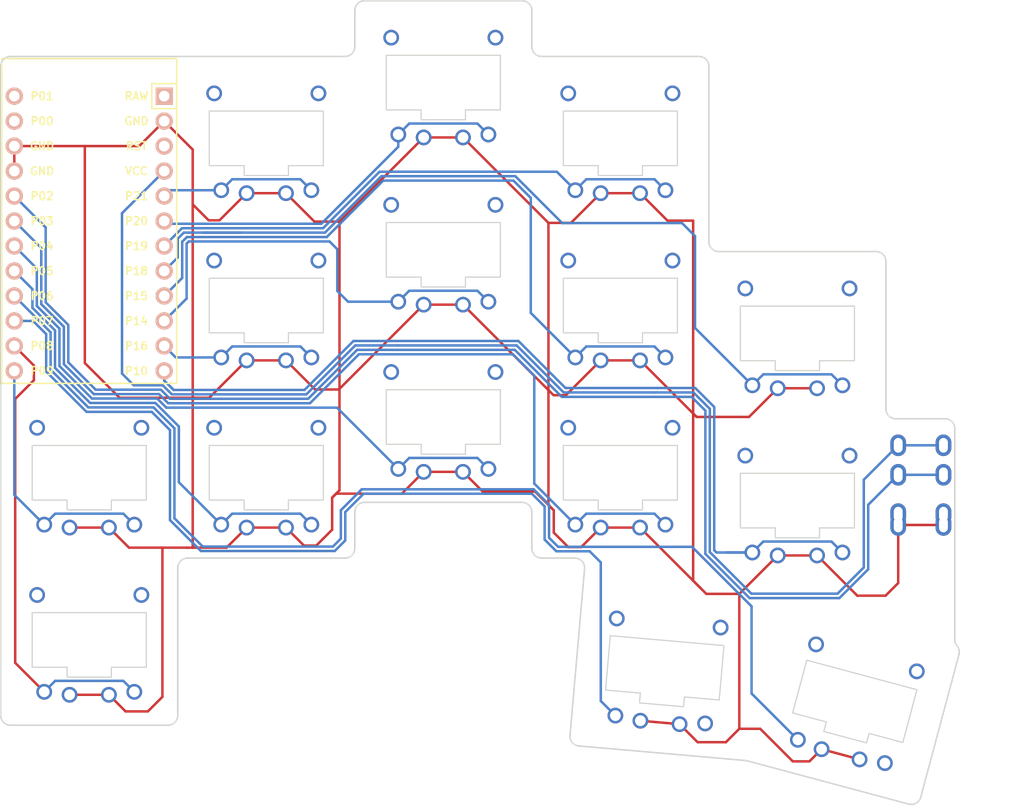
<source format=kicad_pcb>
(kicad_pcb (version 20171130) (host pcbnew "(5.1.9)-1")

  (general
    (thickness 1.6)
    (drawings 45)
    (tracks 336)
    (zones 0)
    (modules 17)
    (nets 23)
  )

  (page A3)
  (title_block
    (title KEYBOARD_NAME_HERE)
    (rev VERSION_HERE)
    (company YOUR_NAME_HERE)
  )

  (layers
    (0 F.Cu signal)
    (31 B.Cu signal)
    (32 B.Adhes user)
    (33 F.Adhes user)
    (34 B.Paste user)
    (35 F.Paste user)
    (36 B.SilkS user)
    (37 F.SilkS user)
    (38 B.Mask user)
    (39 F.Mask user)
    (40 Dwgs.User user)
    (41 Cmts.User user)
    (42 Eco1.User user)
    (43 Eco2.User user)
    (44 Edge.Cuts user)
    (45 Margin user)
    (46 B.CrtYd user)
    (47 F.CrtYd user)
    (48 B.Fab user)
    (49 F.Fab user)
  )

  (setup
    (last_trace_width 0.25)
    (trace_clearance 0.2)
    (zone_clearance 0.508)
    (zone_45_only no)
    (trace_min 0.2)
    (via_size 0.8)
    (via_drill 0.4)
    (via_min_size 0.4)
    (via_min_drill 0.3)
    (uvia_size 0.3)
    (uvia_drill 0.1)
    (uvias_allowed no)
    (uvia_min_size 0.2)
    (uvia_min_drill 0.1)
    (edge_width 0.05)
    (segment_width 0.2)
    (pcb_text_width 0.3)
    (pcb_text_size 1.5 1.5)
    (mod_edge_width 0.12)
    (mod_text_size 1 1)
    (mod_text_width 0.15)
    (pad_size 1.6 2.2)
    (pad_drill 0.9)
    (pad_to_mask_clearance 0.05)
    (aux_axis_origin 0 0)
    (visible_elements 7FFFF7FF)
    (pcbplotparams
      (layerselection 0x010fc_ffffffff)
      (usegerberextensions false)
      (usegerberattributes true)
      (usegerberadvancedattributes true)
      (creategerberjobfile true)
      (excludeedgelayer true)
      (linewidth 0.100000)
      (plotframeref false)
      (viasonmask false)
      (mode 1)
      (useauxorigin false)
      (hpglpennumber 1)
      (hpglpenspeed 20)
      (hpglpendiameter 15.000000)
      (psnegative false)
      (psa4output false)
      (plotreference true)
      (plotvalue true)
      (plotinvisibletext false)
      (padsonsilk false)
      (subtractmaskfromsilk false)
      (outputformat 1)
      (mirror false)
      (drillshape 0)
      (scaleselection 1)
      (outputdirectory "C:/Users/Ryan/sepia/Todarodes sagittatus/"))
  )

  (net 0 "")
  (net 1 P8)
  (net 2 GND)
  (net 3 P9)
  (net 4 P5)
  (net 5 P16)
  (net 6 P21)
  (net 7 P4)
  (net 8 P14)
  (net 9 P20)
  (net 10 P3)
  (net 11 P15)
  (net 12 P19)
  (net 13 P10)
  (net 14 P18)
  (net 15 P7)
  (net 16 RAW)
  (net 17 RST)
  (net 18 VCC)
  (net 19 P1)
  (net 20 P0)
  (net 21 P2)
  (net 22 P6)

  (net_class Default "This is the default net class."
    (clearance 0.2)
    (trace_width 0.25)
    (via_dia 0.8)
    (via_drill 0.4)
    (uvia_dia 0.3)
    (uvia_drill 0.1)
    (add_net GND)
    (add_net P0)
    (add_net P1)
    (add_net P10)
    (add_net P14)
    (add_net P15)
    (add_net P16)
    (add_net P18)
    (add_net P19)
    (add_net P2)
    (add_net P20)
    (add_net P21)
    (add_net P3)
    (add_net P4)
    (add_net P5)
    (add_net P6)
    (add_net P7)
    (add_net P8)
    (add_net P9)
    (add_net RAW)
    (add_net RST)
    (add_net VCC)
  )

  (module lib:Kailh_PG1232 (layer F.Cu) (tedit 5E1ADAC2) (tstamp 0)
    (at 18 0)
    (fp_text reference S1 (at 0 0) (layer F.SilkS) hide
      (effects (font (size 1.27 1.27) (thickness 0.15)))
    )
    (fp_text value Kailh_PG1232 (at 0 -7.3) (layer F.Fab)
      (effects (font (size 1 1) (thickness 0.15)))
    )
    (fp_line (start -9 8.5) (end -9 -8.5) (layer Dwgs.User) (width 0.15))
    (fp_line (start 9 8.5) (end -9 8.5) (layer Dwgs.User) (width 0.15))
    (fp_line (start 9 -8.5) (end 9 8.5) (layer Dwgs.User) (width 0.15))
    (fp_line (start -9 -8.5) (end 9 -8.5) (layer Dwgs.User) (width 0.15))
    (fp_line (start -5.8 -2.95) (end 5.8 -2.95) (layer Edge.Cuts) (width 0.12))
    (fp_line (start 5.8 -2.95) (end 5.8 2.6) (layer Edge.Cuts) (width 0.12))
    (fp_line (start -5.8 2.6) (end -5.8 -2.95) (layer Edge.Cuts) (width 0.12))
    (fp_line (start -2.25 2.6) (end -2.25 3.6) (layer Edge.Cuts) (width 0.12))
    (fp_line (start -2.25 3.6) (end 2.25 3.6) (layer Edge.Cuts) (width 0.12))
    (fp_line (start 2.25 3.6) (end 2.25 2.6) (layer Edge.Cuts) (width 0.12))
    (fp_line (start -2.25 2.6) (end -5.8 2.6) (layer Edge.Cuts) (width 0.12))
    (fp_line (start 2.25 2.6) (end 5.8 2.6) (layer Edge.Cuts) (width 0.12))
    (fp_line (start -2.8 -3.2) (end -2.8 -5.35) (layer Dwgs.User) (width 0.15))
    (fp_line (start 2.8 -3.2) (end 2.8 -5.35) (layer Dwgs.User) (width 0.15))
    (fp_line (start -2.8 -3.2) (end 2.8 -3.2) (layer Dwgs.User) (width 0.15))
    (fp_line (start 2.8 -5.35) (end -2.8 -5.35) (layer Dwgs.User) (width 0.15))
    (fp_line (start 7.25 6.75) (end 7.25 5.75) (layer Dwgs.User) (width 0.15))
    (fp_line (start 7.25 6.75) (end 6.25 6.75) (layer Dwgs.User) (width 0.15))
    (fp_line (start 7.25 -6.75) (end 7.25 -5.75) (layer Dwgs.User) (width 0.15))
    (fp_line (start 7.25 -6.75) (end 6.25 -6.75) (layer Dwgs.User) (width 0.15))
    (fp_line (start -7.25 6.75) (end -7.25 5.75) (layer Dwgs.User) (width 0.15))
    (fp_line (start -7.25 6.75) (end -6.25 6.75) (layer Dwgs.User) (width 0.15))
    (fp_line (start -7.25 -6.75) (end -7.25 -5.75) (layer Dwgs.User) (width 0.15))
    (fp_line (start -7.25 -6.75) (end -6.25 -6.75) (layer Dwgs.User) (width 0.15))
    (pad 3 thru_hole circle (at 5.3 -4.75) (size 1.6 1.6) (drill 1.1) (layers *.Cu *.Mask)
      (clearance 0.2))
    (pad 4 thru_hole circle (at -5.3 -4.75) (size 1.6 1.6) (drill 1.1) (layers *.Cu *.Mask)
      (clearance 0.2))
    (pad 1 thru_hole circle (at -4.58 5.1) (size 1.6 1.6) (drill 1.1) (layers *.Cu *.Mask)
      (net 1 P8) (clearance 0.2))
    (pad 2 thru_hole circle (at 2 5.4) (size 1.6 1.6) (drill 1.1) (layers *.Cu *.Mask)
      (net 2 GND) (clearance 0.2))
    (pad 1 thru_hole circle (at 4.58 5.1) (size 1.6 1.6) (drill 1.1) (layers *.Cu *.Mask)
      (net 1 P8) (clearance 0.2))
    (pad 2 thru_hole circle (at -2 5.4) (size 1.6 1.6) (drill 1.1) (layers *.Cu *.Mask)
      (net 2 GND) (clearance 0.2))
  )

  (module lib:Kailh_PG1232 (layer F.Cu) (tedit 5E1ADAC2) (tstamp 0)
    (at 18 -17)
    (fp_text reference S2 (at 0 0) (layer F.SilkS) hide
      (effects (font (size 1.27 1.27) (thickness 0.15)))
    )
    (fp_text value Kailh_PG1232 (at 0 -7.3) (layer F.Fab)
      (effects (font (size 1 1) (thickness 0.15)))
    )
    (fp_line (start -9 8.5) (end -9 -8.5) (layer Dwgs.User) (width 0.15))
    (fp_line (start 9 8.5) (end -9 8.5) (layer Dwgs.User) (width 0.15))
    (fp_line (start 9 -8.5) (end 9 8.5) (layer Dwgs.User) (width 0.15))
    (fp_line (start -9 -8.5) (end 9 -8.5) (layer Dwgs.User) (width 0.15))
    (fp_line (start -5.8 -2.95) (end 5.8 -2.95) (layer Edge.Cuts) (width 0.12))
    (fp_line (start 5.8 -2.95) (end 5.8 2.6) (layer Edge.Cuts) (width 0.12))
    (fp_line (start -5.8 2.6) (end -5.8 -2.95) (layer Edge.Cuts) (width 0.12))
    (fp_line (start -2.25 2.6) (end -2.25 3.6) (layer Edge.Cuts) (width 0.12))
    (fp_line (start -2.25 3.6) (end 2.25 3.6) (layer Edge.Cuts) (width 0.12))
    (fp_line (start 2.25 3.6) (end 2.25 2.6) (layer Edge.Cuts) (width 0.12))
    (fp_line (start -2.25 2.6) (end -5.8 2.6) (layer Edge.Cuts) (width 0.12))
    (fp_line (start 2.25 2.6) (end 5.8 2.6) (layer Edge.Cuts) (width 0.12))
    (fp_line (start -2.8 -3.2) (end -2.8 -5.35) (layer Dwgs.User) (width 0.15))
    (fp_line (start 2.8 -3.2) (end 2.8 -5.35) (layer Dwgs.User) (width 0.15))
    (fp_line (start -2.8 -3.2) (end 2.8 -3.2) (layer Dwgs.User) (width 0.15))
    (fp_line (start 2.8 -5.35) (end -2.8 -5.35) (layer Dwgs.User) (width 0.15))
    (fp_line (start 7.25 6.75) (end 7.25 5.75) (layer Dwgs.User) (width 0.15))
    (fp_line (start 7.25 6.75) (end 6.25 6.75) (layer Dwgs.User) (width 0.15))
    (fp_line (start 7.25 -6.75) (end 7.25 -5.75) (layer Dwgs.User) (width 0.15))
    (fp_line (start 7.25 -6.75) (end 6.25 -6.75) (layer Dwgs.User) (width 0.15))
    (fp_line (start -7.25 6.75) (end -7.25 5.75) (layer Dwgs.User) (width 0.15))
    (fp_line (start -7.25 6.75) (end -6.25 6.75) (layer Dwgs.User) (width 0.15))
    (fp_line (start -7.25 -6.75) (end -7.25 -5.75) (layer Dwgs.User) (width 0.15))
    (fp_line (start -7.25 -6.75) (end -6.25 -6.75) (layer Dwgs.User) (width 0.15))
    (pad 3 thru_hole circle (at 5.3 -4.75) (size 1.6 1.6) (drill 1.1) (layers *.Cu *.Mask)
      (clearance 0.2))
    (pad 4 thru_hole circle (at -5.3 -4.75) (size 1.6 1.6) (drill 1.1) (layers *.Cu *.Mask)
      (clearance 0.2))
    (pad 1 thru_hole circle (at -4.58 5.1) (size 1.6 1.6) (drill 1.1) (layers *.Cu *.Mask)
      (net 3 P9) (clearance 0.2))
    (pad 2 thru_hole circle (at 2 5.4) (size 1.6 1.6) (drill 1.1) (layers *.Cu *.Mask)
      (net 2 GND) (clearance 0.2))
    (pad 1 thru_hole circle (at 4.58 5.1) (size 1.6 1.6) (drill 1.1) (layers *.Cu *.Mask)
      (net 3 P9) (clearance 0.2))
    (pad 2 thru_hole circle (at -2 5.4) (size 1.6 1.6) (drill 1.1) (layers *.Cu *.Mask)
      (net 2 GND) (clearance 0.2))
  )

  (module lib:Kailh_PG1232 (layer F.Cu) (tedit 5E1ADAC2) (tstamp 0)
    (at 36 -17)
    (fp_text reference S3 (at 0 0) (layer F.SilkS) hide
      (effects (font (size 1.27 1.27) (thickness 0.15)))
    )
    (fp_text value Kailh_PG1232 (at 0 -7.3) (layer F.Fab)
      (effects (font (size 1 1) (thickness 0.15)))
    )
    (fp_line (start -9 8.5) (end -9 -8.5) (layer Dwgs.User) (width 0.15))
    (fp_line (start 9 8.5) (end -9 8.5) (layer Dwgs.User) (width 0.15))
    (fp_line (start 9 -8.5) (end 9 8.5) (layer Dwgs.User) (width 0.15))
    (fp_line (start -9 -8.5) (end 9 -8.5) (layer Dwgs.User) (width 0.15))
    (fp_line (start -5.8 -2.95) (end 5.8 -2.95) (layer Edge.Cuts) (width 0.12))
    (fp_line (start 5.8 -2.95) (end 5.8 2.6) (layer Edge.Cuts) (width 0.12))
    (fp_line (start -5.8 2.6) (end -5.8 -2.95) (layer Edge.Cuts) (width 0.12))
    (fp_line (start -2.25 2.6) (end -2.25 3.6) (layer Edge.Cuts) (width 0.12))
    (fp_line (start -2.25 3.6) (end 2.25 3.6) (layer Edge.Cuts) (width 0.12))
    (fp_line (start 2.25 3.6) (end 2.25 2.6) (layer Edge.Cuts) (width 0.12))
    (fp_line (start -2.25 2.6) (end -5.8 2.6) (layer Edge.Cuts) (width 0.12))
    (fp_line (start 2.25 2.6) (end 5.8 2.6) (layer Edge.Cuts) (width 0.12))
    (fp_line (start -2.8 -3.2) (end -2.8 -5.35) (layer Dwgs.User) (width 0.15))
    (fp_line (start 2.8 -3.2) (end 2.8 -5.35) (layer Dwgs.User) (width 0.15))
    (fp_line (start -2.8 -3.2) (end 2.8 -3.2) (layer Dwgs.User) (width 0.15))
    (fp_line (start 2.8 -5.35) (end -2.8 -5.35) (layer Dwgs.User) (width 0.15))
    (fp_line (start 7.25 6.75) (end 7.25 5.75) (layer Dwgs.User) (width 0.15))
    (fp_line (start 7.25 6.75) (end 6.25 6.75) (layer Dwgs.User) (width 0.15))
    (fp_line (start 7.25 -6.75) (end 7.25 -5.75) (layer Dwgs.User) (width 0.15))
    (fp_line (start 7.25 -6.75) (end 6.25 -6.75) (layer Dwgs.User) (width 0.15))
    (fp_line (start -7.25 6.75) (end -7.25 5.75) (layer Dwgs.User) (width 0.15))
    (fp_line (start -7.25 6.75) (end -6.25 6.75) (layer Dwgs.User) (width 0.15))
    (fp_line (start -7.25 -6.75) (end -7.25 -5.75) (layer Dwgs.User) (width 0.15))
    (fp_line (start -7.25 -6.75) (end -6.25 -6.75) (layer Dwgs.User) (width 0.15))
    (pad 3 thru_hole circle (at 5.3 -4.75) (size 1.6 1.6) (drill 1.1) (layers *.Cu *.Mask)
      (clearance 0.2))
    (pad 4 thru_hole circle (at -5.3 -4.75) (size 1.6 1.6) (drill 1.1) (layers *.Cu *.Mask)
      (clearance 0.2))
    (pad 1 thru_hole circle (at -4.58 5.1) (size 1.6 1.6) (drill 1.1) (layers *.Cu *.Mask)
      (net 4 P5) (clearance 0.2))
    (pad 2 thru_hole circle (at 2 5.4) (size 1.6 1.6) (drill 1.1) (layers *.Cu *.Mask)
      (net 2 GND) (clearance 0.2))
    (pad 1 thru_hole circle (at 4.58 5.1) (size 1.6 1.6) (drill 1.1) (layers *.Cu *.Mask)
      (net 4 P5) (clearance 0.2))
    (pad 2 thru_hole circle (at -2 5.4) (size 1.6 1.6) (drill 1.1) (layers *.Cu *.Mask)
      (net 2 GND) (clearance 0.2))
  )

  (module lib:Kailh_PG1232 (layer F.Cu) (tedit 5E1ADAC2) (tstamp 0)
    (at 36 -34)
    (fp_text reference S4 (at 0 0) (layer F.SilkS) hide
      (effects (font (size 1.27 1.27) (thickness 0.15)))
    )
    (fp_text value Kailh_PG1232 (at 0 -7.3) (layer F.Fab)
      (effects (font (size 1 1) (thickness 0.15)))
    )
    (fp_line (start -9 8.5) (end -9 -8.5) (layer Dwgs.User) (width 0.15))
    (fp_line (start 9 8.5) (end -9 8.5) (layer Dwgs.User) (width 0.15))
    (fp_line (start 9 -8.5) (end 9 8.5) (layer Dwgs.User) (width 0.15))
    (fp_line (start -9 -8.5) (end 9 -8.5) (layer Dwgs.User) (width 0.15))
    (fp_line (start -5.8 -2.95) (end 5.8 -2.95) (layer Edge.Cuts) (width 0.12))
    (fp_line (start 5.8 -2.95) (end 5.8 2.6) (layer Edge.Cuts) (width 0.12))
    (fp_line (start -5.8 2.6) (end -5.8 -2.95) (layer Edge.Cuts) (width 0.12))
    (fp_line (start -2.25 2.6) (end -2.25 3.6) (layer Edge.Cuts) (width 0.12))
    (fp_line (start -2.25 3.6) (end 2.25 3.6) (layer Edge.Cuts) (width 0.12))
    (fp_line (start 2.25 3.6) (end 2.25 2.6) (layer Edge.Cuts) (width 0.12))
    (fp_line (start -2.25 2.6) (end -5.8 2.6) (layer Edge.Cuts) (width 0.12))
    (fp_line (start 2.25 2.6) (end 5.8 2.6) (layer Edge.Cuts) (width 0.12))
    (fp_line (start -2.8 -3.2) (end -2.8 -5.35) (layer Dwgs.User) (width 0.15))
    (fp_line (start 2.8 -3.2) (end 2.8 -5.35) (layer Dwgs.User) (width 0.15))
    (fp_line (start -2.8 -3.2) (end 2.8 -3.2) (layer Dwgs.User) (width 0.15))
    (fp_line (start 2.8 -5.35) (end -2.8 -5.35) (layer Dwgs.User) (width 0.15))
    (fp_line (start 7.25 6.75) (end 7.25 5.75) (layer Dwgs.User) (width 0.15))
    (fp_line (start 7.25 6.75) (end 6.25 6.75) (layer Dwgs.User) (width 0.15))
    (fp_line (start 7.25 -6.75) (end 7.25 -5.75) (layer Dwgs.User) (width 0.15))
    (fp_line (start 7.25 -6.75) (end 6.25 -6.75) (layer Dwgs.User) (width 0.15))
    (fp_line (start -7.25 6.75) (end -7.25 5.75) (layer Dwgs.User) (width 0.15))
    (fp_line (start -7.25 6.75) (end -6.25 6.75) (layer Dwgs.User) (width 0.15))
    (fp_line (start -7.25 -6.75) (end -7.25 -5.75) (layer Dwgs.User) (width 0.15))
    (fp_line (start -7.25 -6.75) (end -6.25 -6.75) (layer Dwgs.User) (width 0.15))
    (pad 3 thru_hole circle (at 5.3 -4.75) (size 1.6 1.6) (drill 1.1) (layers *.Cu *.Mask)
      (clearance 0.2))
    (pad 4 thru_hole circle (at -5.3 -4.75) (size 1.6 1.6) (drill 1.1) (layers *.Cu *.Mask)
      (clearance 0.2))
    (pad 1 thru_hole circle (at -4.58 5.1) (size 1.6 1.6) (drill 1.1) (layers *.Cu *.Mask)
      (net 5 P16) (clearance 0.2))
    (pad 2 thru_hole circle (at 2 5.4) (size 1.6 1.6) (drill 1.1) (layers *.Cu *.Mask)
      (net 2 GND) (clearance 0.2))
    (pad 1 thru_hole circle (at 4.58 5.1) (size 1.6 1.6) (drill 1.1) (layers *.Cu *.Mask)
      (net 5 P16) (clearance 0.2))
    (pad 2 thru_hole circle (at -2 5.4) (size 1.6 1.6) (drill 1.1) (layers *.Cu *.Mask)
      (net 2 GND) (clearance 0.2))
  )

  (module lib:Kailh_PG1232 (layer F.Cu) (tedit 5E1ADAC2) (tstamp 0)
    (at 36 -51)
    (fp_text reference S5 (at 0 0) (layer F.SilkS) hide
      (effects (font (size 1.27 1.27) (thickness 0.15)))
    )
    (fp_text value Kailh_PG1232 (at 0 -7.3) (layer F.Fab)
      (effects (font (size 1 1) (thickness 0.15)))
    )
    (fp_line (start -9 8.5) (end -9 -8.5) (layer Dwgs.User) (width 0.15))
    (fp_line (start 9 8.5) (end -9 8.5) (layer Dwgs.User) (width 0.15))
    (fp_line (start 9 -8.5) (end 9 8.5) (layer Dwgs.User) (width 0.15))
    (fp_line (start -9 -8.5) (end 9 -8.5) (layer Dwgs.User) (width 0.15))
    (fp_line (start -5.8 -2.95) (end 5.8 -2.95) (layer Edge.Cuts) (width 0.12))
    (fp_line (start 5.8 -2.95) (end 5.8 2.6) (layer Edge.Cuts) (width 0.12))
    (fp_line (start -5.8 2.6) (end -5.8 -2.95) (layer Edge.Cuts) (width 0.12))
    (fp_line (start -2.25 2.6) (end -2.25 3.6) (layer Edge.Cuts) (width 0.12))
    (fp_line (start -2.25 3.6) (end 2.25 3.6) (layer Edge.Cuts) (width 0.12))
    (fp_line (start 2.25 3.6) (end 2.25 2.6) (layer Edge.Cuts) (width 0.12))
    (fp_line (start -2.25 2.6) (end -5.8 2.6) (layer Edge.Cuts) (width 0.12))
    (fp_line (start 2.25 2.6) (end 5.8 2.6) (layer Edge.Cuts) (width 0.12))
    (fp_line (start -2.8 -3.2) (end -2.8 -5.35) (layer Dwgs.User) (width 0.15))
    (fp_line (start 2.8 -3.2) (end 2.8 -5.35) (layer Dwgs.User) (width 0.15))
    (fp_line (start -2.8 -3.2) (end 2.8 -3.2) (layer Dwgs.User) (width 0.15))
    (fp_line (start 2.8 -5.35) (end -2.8 -5.35) (layer Dwgs.User) (width 0.15))
    (fp_line (start 7.25 6.75) (end 7.25 5.75) (layer Dwgs.User) (width 0.15))
    (fp_line (start 7.25 6.75) (end 6.25 6.75) (layer Dwgs.User) (width 0.15))
    (fp_line (start 7.25 -6.75) (end 7.25 -5.75) (layer Dwgs.User) (width 0.15))
    (fp_line (start 7.25 -6.75) (end 6.25 -6.75) (layer Dwgs.User) (width 0.15))
    (fp_line (start -7.25 6.75) (end -7.25 5.75) (layer Dwgs.User) (width 0.15))
    (fp_line (start -7.25 6.75) (end -6.25 6.75) (layer Dwgs.User) (width 0.15))
    (fp_line (start -7.25 -6.75) (end -7.25 -5.75) (layer Dwgs.User) (width 0.15))
    (fp_line (start -7.25 -6.75) (end -6.25 -6.75) (layer Dwgs.User) (width 0.15))
    (pad 3 thru_hole circle (at 5.3 -4.75) (size 1.6 1.6) (drill 1.1) (layers *.Cu *.Mask)
      (clearance 0.2))
    (pad 4 thru_hole circle (at -5.3 -4.75) (size 1.6 1.6) (drill 1.1) (layers *.Cu *.Mask)
      (clearance 0.2))
    (pad 1 thru_hole circle (at -4.58 5.1) (size 1.6 1.6) (drill 1.1) (layers *.Cu *.Mask)
      (net 6 P21) (clearance 0.2))
    (pad 2 thru_hole circle (at 2 5.4) (size 1.6 1.6) (drill 1.1) (layers *.Cu *.Mask)
      (net 2 GND) (clearance 0.2))
    (pad 1 thru_hole circle (at 4.58 5.1) (size 1.6 1.6) (drill 1.1) (layers *.Cu *.Mask)
      (net 6 P21) (clearance 0.2))
    (pad 2 thru_hole circle (at -2 5.4) (size 1.6 1.6) (drill 1.1) (layers *.Cu *.Mask)
      (net 2 GND) (clearance 0.2))
  )

  (module lib:Kailh_PG1232 (layer F.Cu) (tedit 5E1ADAC2) (tstamp 0)
    (at 54 -22.666667)
    (fp_text reference S6 (at 0 0) (layer F.SilkS) hide
      (effects (font (size 1.27 1.27) (thickness 0.15)))
    )
    (fp_text value Kailh_PG1232 (at 0 -7.3) (layer F.Fab)
      (effects (font (size 1 1) (thickness 0.15)))
    )
    (fp_line (start -9 8.5) (end -9 -8.5) (layer Dwgs.User) (width 0.15))
    (fp_line (start 9 8.5) (end -9 8.5) (layer Dwgs.User) (width 0.15))
    (fp_line (start 9 -8.5) (end 9 8.5) (layer Dwgs.User) (width 0.15))
    (fp_line (start -9 -8.5) (end 9 -8.5) (layer Dwgs.User) (width 0.15))
    (fp_line (start -5.8 -2.95) (end 5.8 -2.95) (layer Edge.Cuts) (width 0.12))
    (fp_line (start 5.8 -2.95) (end 5.8 2.6) (layer Edge.Cuts) (width 0.12))
    (fp_line (start -5.8 2.6) (end -5.8 -2.95) (layer Edge.Cuts) (width 0.12))
    (fp_line (start -2.25 2.6) (end -2.25 3.6) (layer Edge.Cuts) (width 0.12))
    (fp_line (start -2.25 3.6) (end 2.25 3.6) (layer Edge.Cuts) (width 0.12))
    (fp_line (start 2.25 3.6) (end 2.25 2.6) (layer Edge.Cuts) (width 0.12))
    (fp_line (start -2.25 2.6) (end -5.8 2.6) (layer Edge.Cuts) (width 0.12))
    (fp_line (start 2.25 2.6) (end 5.8 2.6) (layer Edge.Cuts) (width 0.12))
    (fp_line (start -2.8 -3.2) (end -2.8 -5.35) (layer Dwgs.User) (width 0.15))
    (fp_line (start 2.8 -3.2) (end 2.8 -5.35) (layer Dwgs.User) (width 0.15))
    (fp_line (start -2.8 -3.2) (end 2.8 -3.2) (layer Dwgs.User) (width 0.15))
    (fp_line (start 2.8 -5.35) (end -2.8 -5.35) (layer Dwgs.User) (width 0.15))
    (fp_line (start 7.25 6.75) (end 7.25 5.75) (layer Dwgs.User) (width 0.15))
    (fp_line (start 7.25 6.75) (end 6.25 6.75) (layer Dwgs.User) (width 0.15))
    (fp_line (start 7.25 -6.75) (end 7.25 -5.75) (layer Dwgs.User) (width 0.15))
    (fp_line (start 7.25 -6.75) (end 6.25 -6.75) (layer Dwgs.User) (width 0.15))
    (fp_line (start -7.25 6.75) (end -7.25 5.75) (layer Dwgs.User) (width 0.15))
    (fp_line (start -7.25 6.75) (end -6.25 6.75) (layer Dwgs.User) (width 0.15))
    (fp_line (start -7.25 -6.75) (end -7.25 -5.75) (layer Dwgs.User) (width 0.15))
    (fp_line (start -7.25 -6.75) (end -6.25 -6.75) (layer Dwgs.User) (width 0.15))
    (pad 3 thru_hole circle (at 5.3 -4.75) (size 1.6 1.6) (drill 1.1) (layers *.Cu *.Mask)
      (clearance 0.2))
    (pad 4 thru_hole circle (at -5.3 -4.75) (size 1.6 1.6) (drill 1.1) (layers *.Cu *.Mask)
      (clearance 0.2))
    (pad 1 thru_hole circle (at -4.58 5.1) (size 1.6 1.6) (drill 1.1) (layers *.Cu *.Mask)
      (net 7 P4) (clearance 0.2))
    (pad 2 thru_hole circle (at 2 5.4) (size 1.6 1.6) (drill 1.1) (layers *.Cu *.Mask)
      (net 2 GND) (clearance 0.2))
    (pad 1 thru_hole circle (at 4.58 5.1) (size 1.6 1.6) (drill 1.1) (layers *.Cu *.Mask)
      (net 7 P4) (clearance 0.2))
    (pad 2 thru_hole circle (at -2 5.4) (size 1.6 1.6) (drill 1.1) (layers *.Cu *.Mask)
      (net 2 GND) (clearance 0.2))
  )

  (module lib:Kailh_PG1232 (layer F.Cu) (tedit 5E1ADAC2) (tstamp 0)
    (at 54 -39.666667)
    (fp_text reference S7 (at 0 0) (layer F.SilkS) hide
      (effects (font (size 1.27 1.27) (thickness 0.15)))
    )
    (fp_text value Kailh_PG1232 (at 0 -7.3) (layer F.Fab)
      (effects (font (size 1 1) (thickness 0.15)))
    )
    (fp_line (start -9 8.5) (end -9 -8.5) (layer Dwgs.User) (width 0.15))
    (fp_line (start 9 8.5) (end -9 8.5) (layer Dwgs.User) (width 0.15))
    (fp_line (start 9 -8.5) (end 9 8.5) (layer Dwgs.User) (width 0.15))
    (fp_line (start -9 -8.5) (end 9 -8.5) (layer Dwgs.User) (width 0.15))
    (fp_line (start -5.8 -2.95) (end 5.8 -2.95) (layer Edge.Cuts) (width 0.12))
    (fp_line (start 5.8 -2.95) (end 5.8 2.6) (layer Edge.Cuts) (width 0.12))
    (fp_line (start -5.8 2.6) (end -5.8 -2.95) (layer Edge.Cuts) (width 0.12))
    (fp_line (start -2.25 2.6) (end -2.25 3.6) (layer Edge.Cuts) (width 0.12))
    (fp_line (start -2.25 3.6) (end 2.25 3.6) (layer Edge.Cuts) (width 0.12))
    (fp_line (start 2.25 3.6) (end 2.25 2.6) (layer Edge.Cuts) (width 0.12))
    (fp_line (start -2.25 2.6) (end -5.8 2.6) (layer Edge.Cuts) (width 0.12))
    (fp_line (start 2.25 2.6) (end 5.8 2.6) (layer Edge.Cuts) (width 0.12))
    (fp_line (start -2.8 -3.2) (end -2.8 -5.35) (layer Dwgs.User) (width 0.15))
    (fp_line (start 2.8 -3.2) (end 2.8 -5.35) (layer Dwgs.User) (width 0.15))
    (fp_line (start -2.8 -3.2) (end 2.8 -3.2) (layer Dwgs.User) (width 0.15))
    (fp_line (start 2.8 -5.35) (end -2.8 -5.35) (layer Dwgs.User) (width 0.15))
    (fp_line (start 7.25 6.75) (end 7.25 5.75) (layer Dwgs.User) (width 0.15))
    (fp_line (start 7.25 6.75) (end 6.25 6.75) (layer Dwgs.User) (width 0.15))
    (fp_line (start 7.25 -6.75) (end 7.25 -5.75) (layer Dwgs.User) (width 0.15))
    (fp_line (start 7.25 -6.75) (end 6.25 -6.75) (layer Dwgs.User) (width 0.15))
    (fp_line (start -7.25 6.75) (end -7.25 5.75) (layer Dwgs.User) (width 0.15))
    (fp_line (start -7.25 6.75) (end -6.25 6.75) (layer Dwgs.User) (width 0.15))
    (fp_line (start -7.25 -6.75) (end -7.25 -5.75) (layer Dwgs.User) (width 0.15))
    (fp_line (start -7.25 -6.75) (end -6.25 -6.75) (layer Dwgs.User) (width 0.15))
    (pad 3 thru_hole circle (at 5.3 -4.75) (size 1.6 1.6) (drill 1.1) (layers *.Cu *.Mask)
      (clearance 0.2))
    (pad 4 thru_hole circle (at -5.3 -4.75) (size 1.6 1.6) (drill 1.1) (layers *.Cu *.Mask)
      (clearance 0.2))
    (pad 1 thru_hole circle (at -4.58 5.1) (size 1.6 1.6) (drill 1.1) (layers *.Cu *.Mask)
      (net 8 P14) (clearance 0.2))
    (pad 2 thru_hole circle (at 2 5.4) (size 1.6 1.6) (drill 1.1) (layers *.Cu *.Mask)
      (net 2 GND) (clearance 0.2))
    (pad 1 thru_hole circle (at 4.58 5.1) (size 1.6 1.6) (drill 1.1) (layers *.Cu *.Mask)
      (net 8 P14) (clearance 0.2))
    (pad 2 thru_hole circle (at -2 5.4) (size 1.6 1.6) (drill 1.1) (layers *.Cu *.Mask)
      (net 2 GND) (clearance 0.2))
  )

  (module lib:Kailh_PG1232 (layer F.Cu) (tedit 5E1ADAC2) (tstamp 0)
    (at 54 -56.666667)
    (fp_text reference S8 (at 0 0) (layer F.SilkS) hide
      (effects (font (size 1.27 1.27) (thickness 0.15)))
    )
    (fp_text value Kailh_PG1232 (at 0 -7.3) (layer F.Fab)
      (effects (font (size 1 1) (thickness 0.15)))
    )
    (fp_line (start -9 8.5) (end -9 -8.5) (layer Dwgs.User) (width 0.15))
    (fp_line (start 9 8.5) (end -9 8.5) (layer Dwgs.User) (width 0.15))
    (fp_line (start 9 -8.5) (end 9 8.5) (layer Dwgs.User) (width 0.15))
    (fp_line (start -9 -8.5) (end 9 -8.5) (layer Dwgs.User) (width 0.15))
    (fp_line (start -5.8 -2.95) (end 5.8 -2.95) (layer Edge.Cuts) (width 0.12))
    (fp_line (start 5.8 -2.95) (end 5.8 2.6) (layer Edge.Cuts) (width 0.12))
    (fp_line (start -5.8 2.6) (end -5.8 -2.95) (layer Edge.Cuts) (width 0.12))
    (fp_line (start -2.25 2.6) (end -2.25 3.6) (layer Edge.Cuts) (width 0.12))
    (fp_line (start -2.25 3.6) (end 2.25 3.6) (layer Edge.Cuts) (width 0.12))
    (fp_line (start 2.25 3.6) (end 2.25 2.6) (layer Edge.Cuts) (width 0.12))
    (fp_line (start -2.25 2.6) (end -5.8 2.6) (layer Edge.Cuts) (width 0.12))
    (fp_line (start 2.25 2.6) (end 5.8 2.6) (layer Edge.Cuts) (width 0.12))
    (fp_line (start -2.8 -3.2) (end -2.8 -5.35) (layer Dwgs.User) (width 0.15))
    (fp_line (start 2.8 -3.2) (end 2.8 -5.35) (layer Dwgs.User) (width 0.15))
    (fp_line (start -2.8 -3.2) (end 2.8 -3.2) (layer Dwgs.User) (width 0.15))
    (fp_line (start 2.8 -5.35) (end -2.8 -5.35) (layer Dwgs.User) (width 0.15))
    (fp_line (start 7.25 6.75) (end 7.25 5.75) (layer Dwgs.User) (width 0.15))
    (fp_line (start 7.25 6.75) (end 6.25 6.75) (layer Dwgs.User) (width 0.15))
    (fp_line (start 7.25 -6.75) (end 7.25 -5.75) (layer Dwgs.User) (width 0.15))
    (fp_line (start 7.25 -6.75) (end 6.25 -6.75) (layer Dwgs.User) (width 0.15))
    (fp_line (start -7.25 6.75) (end -7.25 5.75) (layer Dwgs.User) (width 0.15))
    (fp_line (start -7.25 6.75) (end -6.25 6.75) (layer Dwgs.User) (width 0.15))
    (fp_line (start -7.25 -6.75) (end -7.25 -5.75) (layer Dwgs.User) (width 0.15))
    (fp_line (start -7.25 -6.75) (end -6.25 -6.75) (layer Dwgs.User) (width 0.15))
    (pad 3 thru_hole circle (at 5.3 -4.75) (size 1.6 1.6) (drill 1.1) (layers *.Cu *.Mask)
      (clearance 0.2))
    (pad 4 thru_hole circle (at -5.3 -4.75) (size 1.6 1.6) (drill 1.1) (layers *.Cu *.Mask)
      (clearance 0.2))
    (pad 1 thru_hole circle (at -4.58 5.1) (size 1.6 1.6) (drill 1.1) (layers *.Cu *.Mask)
      (net 9 P20) (clearance 0.2))
    (pad 2 thru_hole circle (at 2 5.4) (size 1.6 1.6) (drill 1.1) (layers *.Cu *.Mask)
      (net 2 GND) (clearance 0.2))
    (pad 1 thru_hole circle (at 4.58 5.1) (size 1.6 1.6) (drill 1.1) (layers *.Cu *.Mask)
      (net 9 P20) (clearance 0.2))
    (pad 2 thru_hole circle (at -2 5.4) (size 1.6 1.6) (drill 1.1) (layers *.Cu *.Mask)
      (net 2 GND) (clearance 0.2))
  )

  (module lib:Kailh_PG1232 (layer F.Cu) (tedit 5E1ADAC2) (tstamp 0)
    (at 72 -17)
    (fp_text reference S9 (at 0 0) (layer F.SilkS) hide
      (effects (font (size 1.27 1.27) (thickness 0.15)))
    )
    (fp_text value Kailh_PG1232 (at 0 -7.3) (layer F.Fab)
      (effects (font (size 1 1) (thickness 0.15)))
    )
    (fp_line (start -9 8.5) (end -9 -8.5) (layer Dwgs.User) (width 0.15))
    (fp_line (start 9 8.5) (end -9 8.5) (layer Dwgs.User) (width 0.15))
    (fp_line (start 9 -8.5) (end 9 8.5) (layer Dwgs.User) (width 0.15))
    (fp_line (start -9 -8.5) (end 9 -8.5) (layer Dwgs.User) (width 0.15))
    (fp_line (start -5.8 -2.95) (end 5.8 -2.95) (layer Edge.Cuts) (width 0.12))
    (fp_line (start 5.8 -2.95) (end 5.8 2.6) (layer Edge.Cuts) (width 0.12))
    (fp_line (start -5.8 2.6) (end -5.8 -2.95) (layer Edge.Cuts) (width 0.12))
    (fp_line (start -2.25 2.6) (end -2.25 3.6) (layer Edge.Cuts) (width 0.12))
    (fp_line (start -2.25 3.6) (end 2.25 3.6) (layer Edge.Cuts) (width 0.12))
    (fp_line (start 2.25 3.6) (end 2.25 2.6) (layer Edge.Cuts) (width 0.12))
    (fp_line (start -2.25 2.6) (end -5.8 2.6) (layer Edge.Cuts) (width 0.12))
    (fp_line (start 2.25 2.6) (end 5.8 2.6) (layer Edge.Cuts) (width 0.12))
    (fp_line (start -2.8 -3.2) (end -2.8 -5.35) (layer Dwgs.User) (width 0.15))
    (fp_line (start 2.8 -3.2) (end 2.8 -5.35) (layer Dwgs.User) (width 0.15))
    (fp_line (start -2.8 -3.2) (end 2.8 -3.2) (layer Dwgs.User) (width 0.15))
    (fp_line (start 2.8 -5.35) (end -2.8 -5.35) (layer Dwgs.User) (width 0.15))
    (fp_line (start 7.25 6.75) (end 7.25 5.75) (layer Dwgs.User) (width 0.15))
    (fp_line (start 7.25 6.75) (end 6.25 6.75) (layer Dwgs.User) (width 0.15))
    (fp_line (start 7.25 -6.75) (end 7.25 -5.75) (layer Dwgs.User) (width 0.15))
    (fp_line (start 7.25 -6.75) (end 6.25 -6.75) (layer Dwgs.User) (width 0.15))
    (fp_line (start -7.25 6.75) (end -7.25 5.75) (layer Dwgs.User) (width 0.15))
    (fp_line (start -7.25 6.75) (end -6.25 6.75) (layer Dwgs.User) (width 0.15))
    (fp_line (start -7.25 -6.75) (end -7.25 -5.75) (layer Dwgs.User) (width 0.15))
    (fp_line (start -7.25 -6.75) (end -6.25 -6.75) (layer Dwgs.User) (width 0.15))
    (pad 3 thru_hole circle (at 5.3 -4.75) (size 1.6 1.6) (drill 1.1) (layers *.Cu *.Mask)
      (clearance 0.2))
    (pad 4 thru_hole circle (at -5.3 -4.75) (size 1.6 1.6) (drill 1.1) (layers *.Cu *.Mask)
      (clearance 0.2))
    (pad 1 thru_hole circle (at -4.58 5.1) (size 1.6 1.6) (drill 1.1) (layers *.Cu *.Mask)
      (net 10 P3) (clearance 0.2))
    (pad 2 thru_hole circle (at 2 5.4) (size 1.6 1.6) (drill 1.1) (layers *.Cu *.Mask)
      (net 2 GND) (clearance 0.2))
    (pad 1 thru_hole circle (at 4.58 5.1) (size 1.6 1.6) (drill 1.1) (layers *.Cu *.Mask)
      (net 10 P3) (clearance 0.2))
    (pad 2 thru_hole circle (at -2 5.4) (size 1.6 1.6) (drill 1.1) (layers *.Cu *.Mask)
      (net 2 GND) (clearance 0.2))
  )

  (module lib:Kailh_PG1232 (layer F.Cu) (tedit 5E1ADAC2) (tstamp 0)
    (at 72 -34)
    (fp_text reference S10 (at 0 0) (layer F.SilkS) hide
      (effects (font (size 1.27 1.27) (thickness 0.15)))
    )
    (fp_text value Kailh_PG1232 (at 0 -7.3) (layer F.Fab)
      (effects (font (size 1 1) (thickness 0.15)))
    )
    (fp_line (start -9 8.5) (end -9 -8.5) (layer Dwgs.User) (width 0.15))
    (fp_line (start 9 8.5) (end -9 8.5) (layer Dwgs.User) (width 0.15))
    (fp_line (start 9 -8.5) (end 9 8.5) (layer Dwgs.User) (width 0.15))
    (fp_line (start -9 -8.5) (end 9 -8.5) (layer Dwgs.User) (width 0.15))
    (fp_line (start -5.8 -2.95) (end 5.8 -2.95) (layer Edge.Cuts) (width 0.12))
    (fp_line (start 5.8 -2.95) (end 5.8 2.6) (layer Edge.Cuts) (width 0.12))
    (fp_line (start -5.8 2.6) (end -5.8 -2.95) (layer Edge.Cuts) (width 0.12))
    (fp_line (start -2.25 2.6) (end -2.25 3.6) (layer Edge.Cuts) (width 0.12))
    (fp_line (start -2.25 3.6) (end 2.25 3.6) (layer Edge.Cuts) (width 0.12))
    (fp_line (start 2.25 3.6) (end 2.25 2.6) (layer Edge.Cuts) (width 0.12))
    (fp_line (start -2.25 2.6) (end -5.8 2.6) (layer Edge.Cuts) (width 0.12))
    (fp_line (start 2.25 2.6) (end 5.8 2.6) (layer Edge.Cuts) (width 0.12))
    (fp_line (start -2.8 -3.2) (end -2.8 -5.35) (layer Dwgs.User) (width 0.15))
    (fp_line (start 2.8 -3.2) (end 2.8 -5.35) (layer Dwgs.User) (width 0.15))
    (fp_line (start -2.8 -3.2) (end 2.8 -3.2) (layer Dwgs.User) (width 0.15))
    (fp_line (start 2.8 -5.35) (end -2.8 -5.35) (layer Dwgs.User) (width 0.15))
    (fp_line (start 7.25 6.75) (end 7.25 5.75) (layer Dwgs.User) (width 0.15))
    (fp_line (start 7.25 6.75) (end 6.25 6.75) (layer Dwgs.User) (width 0.15))
    (fp_line (start 7.25 -6.75) (end 7.25 -5.75) (layer Dwgs.User) (width 0.15))
    (fp_line (start 7.25 -6.75) (end 6.25 -6.75) (layer Dwgs.User) (width 0.15))
    (fp_line (start -7.25 6.75) (end -7.25 5.75) (layer Dwgs.User) (width 0.15))
    (fp_line (start -7.25 6.75) (end -6.25 6.75) (layer Dwgs.User) (width 0.15))
    (fp_line (start -7.25 -6.75) (end -7.25 -5.75) (layer Dwgs.User) (width 0.15))
    (fp_line (start -7.25 -6.75) (end -6.25 -6.75) (layer Dwgs.User) (width 0.15))
    (pad 3 thru_hole circle (at 5.3 -4.75) (size 1.6 1.6) (drill 1.1) (layers *.Cu *.Mask)
      (clearance 0.2))
    (pad 4 thru_hole circle (at -5.3 -4.75) (size 1.6 1.6) (drill 1.1) (layers *.Cu *.Mask)
      (clearance 0.2))
    (pad 1 thru_hole circle (at -4.58 5.1) (size 1.6 1.6) (drill 1.1) (layers *.Cu *.Mask)
      (net 11 P15) (clearance 0.2))
    (pad 2 thru_hole circle (at 2 5.4) (size 1.6 1.6) (drill 1.1) (layers *.Cu *.Mask)
      (net 2 GND) (clearance 0.2))
    (pad 1 thru_hole circle (at 4.58 5.1) (size 1.6 1.6) (drill 1.1) (layers *.Cu *.Mask)
      (net 11 P15) (clearance 0.2))
    (pad 2 thru_hole circle (at -2 5.4) (size 1.6 1.6) (drill 1.1) (layers *.Cu *.Mask)
      (net 2 GND) (clearance 0.2))
  )

  (module lib:Kailh_PG1232 (layer F.Cu) (tedit 5E1ADAC2) (tstamp 0)
    (at 72 -51)
    (fp_text reference S11 (at 0 0) (layer F.SilkS) hide
      (effects (font (size 1.27 1.27) (thickness 0.15)))
    )
    (fp_text value Kailh_PG1232 (at 0 -7.3) (layer F.Fab)
      (effects (font (size 1 1) (thickness 0.15)))
    )
    (fp_line (start -9 8.5) (end -9 -8.5) (layer Dwgs.User) (width 0.15))
    (fp_line (start 9 8.5) (end -9 8.5) (layer Dwgs.User) (width 0.15))
    (fp_line (start 9 -8.5) (end 9 8.5) (layer Dwgs.User) (width 0.15))
    (fp_line (start -9 -8.5) (end 9 -8.5) (layer Dwgs.User) (width 0.15))
    (fp_line (start -5.8 -2.95) (end 5.8 -2.95) (layer Edge.Cuts) (width 0.12))
    (fp_line (start 5.8 -2.95) (end 5.8 2.6) (layer Edge.Cuts) (width 0.12))
    (fp_line (start -5.8 2.6) (end -5.8 -2.95) (layer Edge.Cuts) (width 0.12))
    (fp_line (start -2.25 2.6) (end -2.25 3.6) (layer Edge.Cuts) (width 0.12))
    (fp_line (start -2.25 3.6) (end 2.25 3.6) (layer Edge.Cuts) (width 0.12))
    (fp_line (start 2.25 3.6) (end 2.25 2.6) (layer Edge.Cuts) (width 0.12))
    (fp_line (start -2.25 2.6) (end -5.8 2.6) (layer Edge.Cuts) (width 0.12))
    (fp_line (start 2.25 2.6) (end 5.8 2.6) (layer Edge.Cuts) (width 0.12))
    (fp_line (start -2.8 -3.2) (end -2.8 -5.35) (layer Dwgs.User) (width 0.15))
    (fp_line (start 2.8 -3.2) (end 2.8 -5.35) (layer Dwgs.User) (width 0.15))
    (fp_line (start -2.8 -3.2) (end 2.8 -3.2) (layer Dwgs.User) (width 0.15))
    (fp_line (start 2.8 -5.35) (end -2.8 -5.35) (layer Dwgs.User) (width 0.15))
    (fp_line (start 7.25 6.75) (end 7.25 5.75) (layer Dwgs.User) (width 0.15))
    (fp_line (start 7.25 6.75) (end 6.25 6.75) (layer Dwgs.User) (width 0.15))
    (fp_line (start 7.25 -6.75) (end 7.25 -5.75) (layer Dwgs.User) (width 0.15))
    (fp_line (start 7.25 -6.75) (end 6.25 -6.75) (layer Dwgs.User) (width 0.15))
    (fp_line (start -7.25 6.75) (end -7.25 5.75) (layer Dwgs.User) (width 0.15))
    (fp_line (start -7.25 6.75) (end -6.25 6.75) (layer Dwgs.User) (width 0.15))
    (fp_line (start -7.25 -6.75) (end -7.25 -5.75) (layer Dwgs.User) (width 0.15))
    (fp_line (start -7.25 -6.75) (end -6.25 -6.75) (layer Dwgs.User) (width 0.15))
    (pad 3 thru_hole circle (at 5.3 -4.75) (size 1.6 1.6) (drill 1.1) (layers *.Cu *.Mask)
      (clearance 0.2))
    (pad 4 thru_hole circle (at -5.3 -4.75) (size 1.6 1.6) (drill 1.1) (layers *.Cu *.Mask)
      (clearance 0.2))
    (pad 1 thru_hole circle (at -4.58 5.1) (size 1.6 1.6) (drill 1.1) (layers *.Cu *.Mask)
      (net 12 P19) (clearance 0.2))
    (pad 2 thru_hole circle (at 2 5.4) (size 1.6 1.6) (drill 1.1) (layers *.Cu *.Mask)
      (net 2 GND) (clearance 0.2))
    (pad 1 thru_hole circle (at 4.58 5.1) (size 1.6 1.6) (drill 1.1) (layers *.Cu *.Mask)
      (net 12 P19) (clearance 0.2))
    (pad 2 thru_hole circle (at -2 5.4) (size 1.6 1.6) (drill 1.1) (layers *.Cu *.Mask)
      (net 2 GND) (clearance 0.2))
  )

  (module lib:Kailh_PG1232 (layer F.Cu) (tedit 5E1ADAC2) (tstamp 0)
    (at 90 -14.166667)
    (fp_text reference S12 (at 0 0) (layer F.SilkS) hide
      (effects (font (size 1.27 1.27) (thickness 0.15)))
    )
    (fp_text value Kailh_PG1232 (at 0 -7.3) (layer F.Fab)
      (effects (font (size 1 1) (thickness 0.15)))
    )
    (fp_line (start -9 8.5) (end -9 -8.5) (layer Dwgs.User) (width 0.15))
    (fp_line (start 9 8.5) (end -9 8.5) (layer Dwgs.User) (width 0.15))
    (fp_line (start 9 -8.5) (end 9 8.5) (layer Dwgs.User) (width 0.15))
    (fp_line (start -9 -8.5) (end 9 -8.5) (layer Dwgs.User) (width 0.15))
    (fp_line (start -5.8 -2.95) (end 5.8 -2.95) (layer Edge.Cuts) (width 0.12))
    (fp_line (start 5.8 -2.95) (end 5.8 2.6) (layer Edge.Cuts) (width 0.12))
    (fp_line (start -5.8 2.6) (end -5.8 -2.95) (layer Edge.Cuts) (width 0.12))
    (fp_line (start -2.25 2.6) (end -2.25 3.6) (layer Edge.Cuts) (width 0.12))
    (fp_line (start -2.25 3.6) (end 2.25 3.6) (layer Edge.Cuts) (width 0.12))
    (fp_line (start 2.25 3.6) (end 2.25 2.6) (layer Edge.Cuts) (width 0.12))
    (fp_line (start -2.25 2.6) (end -5.8 2.6) (layer Edge.Cuts) (width 0.12))
    (fp_line (start 2.25 2.6) (end 5.8 2.6) (layer Edge.Cuts) (width 0.12))
    (fp_line (start -2.8 -3.2) (end -2.8 -5.35) (layer Dwgs.User) (width 0.15))
    (fp_line (start 2.8 -3.2) (end 2.8 -5.35) (layer Dwgs.User) (width 0.15))
    (fp_line (start -2.8 -3.2) (end 2.8 -3.2) (layer Dwgs.User) (width 0.15))
    (fp_line (start 2.8 -5.35) (end -2.8 -5.35) (layer Dwgs.User) (width 0.15))
    (fp_line (start 7.25 6.75) (end 7.25 5.75) (layer Dwgs.User) (width 0.15))
    (fp_line (start 7.25 6.75) (end 6.25 6.75) (layer Dwgs.User) (width 0.15))
    (fp_line (start 7.25 -6.75) (end 7.25 -5.75) (layer Dwgs.User) (width 0.15))
    (fp_line (start 7.25 -6.75) (end 6.25 -6.75) (layer Dwgs.User) (width 0.15))
    (fp_line (start -7.25 6.75) (end -7.25 5.75) (layer Dwgs.User) (width 0.15))
    (fp_line (start -7.25 6.75) (end -6.25 6.75) (layer Dwgs.User) (width 0.15))
    (fp_line (start -7.25 -6.75) (end -7.25 -5.75) (layer Dwgs.User) (width 0.15))
    (fp_line (start -7.25 -6.75) (end -6.25 -6.75) (layer Dwgs.User) (width 0.15))
    (pad 3 thru_hole circle (at 5.3 -4.75) (size 1.6 1.6) (drill 1.1) (layers *.Cu *.Mask)
      (clearance 0.2))
    (pad 4 thru_hole circle (at -5.3 -4.75) (size 1.6 1.6) (drill 1.1) (layers *.Cu *.Mask)
      (clearance 0.2))
    (pad 1 thru_hole circle (at -4.58 5.1) (size 1.6 1.6) (drill 1.1) (layers *.Cu *.Mask)
      (net 13 P10) (clearance 0.2))
    (pad 2 thru_hole circle (at 2 5.4) (size 1.6 1.6) (drill 1.1) (layers *.Cu *.Mask)
      (net 2 GND) (clearance 0.2))
    (pad 1 thru_hole circle (at 4.58 5.1) (size 1.6 1.6) (drill 1.1) (layers *.Cu *.Mask)
      (net 13 P10) (clearance 0.2))
    (pad 2 thru_hole circle (at -2 5.4) (size 1.6 1.6) (drill 1.1) (layers *.Cu *.Mask)
      (net 2 GND) (clearance 0.2))
  )

  (module lib:Kailh_PG1232 (layer F.Cu) (tedit 5E1ADAC2) (tstamp 0)
    (at 90 -31.166667)
    (fp_text reference S13 (at 0 0) (layer F.SilkS) hide
      (effects (font (size 1.27 1.27) (thickness 0.15)))
    )
    (fp_text value Kailh_PG1232 (at 0 -7.3) (layer F.Fab)
      (effects (font (size 1 1) (thickness 0.15)))
    )
    (fp_line (start -9 8.5) (end -9 -8.5) (layer Dwgs.User) (width 0.15))
    (fp_line (start 9 8.5) (end -9 8.5) (layer Dwgs.User) (width 0.15))
    (fp_line (start 9 -8.5) (end 9 8.5) (layer Dwgs.User) (width 0.15))
    (fp_line (start -9 -8.5) (end 9 -8.5) (layer Dwgs.User) (width 0.15))
    (fp_line (start -5.8 -2.95) (end 5.8 -2.95) (layer Edge.Cuts) (width 0.12))
    (fp_line (start 5.8 -2.95) (end 5.8 2.6) (layer Edge.Cuts) (width 0.12))
    (fp_line (start -5.8 2.6) (end -5.8 -2.95) (layer Edge.Cuts) (width 0.12))
    (fp_line (start -2.25 2.6) (end -2.25 3.6) (layer Edge.Cuts) (width 0.12))
    (fp_line (start -2.25 3.6) (end 2.25 3.6) (layer Edge.Cuts) (width 0.12))
    (fp_line (start 2.25 3.6) (end 2.25 2.6) (layer Edge.Cuts) (width 0.12))
    (fp_line (start -2.25 2.6) (end -5.8 2.6) (layer Edge.Cuts) (width 0.12))
    (fp_line (start 2.25 2.6) (end 5.8 2.6) (layer Edge.Cuts) (width 0.12))
    (fp_line (start -2.8 -3.2) (end -2.8 -5.35) (layer Dwgs.User) (width 0.15))
    (fp_line (start 2.8 -3.2) (end 2.8 -5.35) (layer Dwgs.User) (width 0.15))
    (fp_line (start -2.8 -3.2) (end 2.8 -3.2) (layer Dwgs.User) (width 0.15))
    (fp_line (start 2.8 -5.35) (end -2.8 -5.35) (layer Dwgs.User) (width 0.15))
    (fp_line (start 7.25 6.75) (end 7.25 5.75) (layer Dwgs.User) (width 0.15))
    (fp_line (start 7.25 6.75) (end 6.25 6.75) (layer Dwgs.User) (width 0.15))
    (fp_line (start 7.25 -6.75) (end 7.25 -5.75) (layer Dwgs.User) (width 0.15))
    (fp_line (start 7.25 -6.75) (end 6.25 -6.75) (layer Dwgs.User) (width 0.15))
    (fp_line (start -7.25 6.75) (end -7.25 5.75) (layer Dwgs.User) (width 0.15))
    (fp_line (start -7.25 6.75) (end -6.25 6.75) (layer Dwgs.User) (width 0.15))
    (fp_line (start -7.25 -6.75) (end -7.25 -5.75) (layer Dwgs.User) (width 0.15))
    (fp_line (start -7.25 -6.75) (end -6.25 -6.75) (layer Dwgs.User) (width 0.15))
    (pad 3 thru_hole circle (at 5.3 -4.75) (size 1.6 1.6) (drill 1.1) (layers *.Cu *.Mask)
      (clearance 0.2))
    (pad 4 thru_hole circle (at -5.3 -4.75) (size 1.6 1.6) (drill 1.1) (layers *.Cu *.Mask)
      (clearance 0.2))
    (pad 1 thru_hole circle (at -4.58 5.1) (size 1.6 1.6) (drill 1.1) (layers *.Cu *.Mask)
      (net 14 P18) (clearance 0.2))
    (pad 2 thru_hole circle (at 2 5.4) (size 1.6 1.6) (drill 1.1) (layers *.Cu *.Mask)
      (net 2 GND) (clearance 0.2))
    (pad 1 thru_hole circle (at 4.58 5.1) (size 1.6 1.6) (drill 1.1) (layers *.Cu *.Mask)
      (net 14 P18) (clearance 0.2))
    (pad 2 thru_hole circle (at -2 5.4) (size 1.6 1.6) (drill 1.1) (layers *.Cu *.Mask)
      (net 2 GND) (clearance 0.2))
  )

  (module lib:Kailh_PG1232 (layer F.Cu) (tedit 5E1ADAC2) (tstamp 0)
    (at 76.5 2.833333 355)
    (fp_text reference S14 (at 0 0) (layer F.SilkS) hide
      (effects (font (size 1.27 1.27) (thickness 0.15)))
    )
    (fp_text value Kailh_PG1232 (at 0 -7.3) (layer F.Fab)
      (effects (font (size 1 1) (thickness 0.15)))
    )
    (fp_line (start -9 8.5) (end -9 -8.5) (layer Dwgs.User) (width 0.15))
    (fp_line (start 9 8.5) (end -9 8.5) (layer Dwgs.User) (width 0.15))
    (fp_line (start 9 -8.5) (end 9 8.5) (layer Dwgs.User) (width 0.15))
    (fp_line (start -9 -8.5) (end 9 -8.5) (layer Dwgs.User) (width 0.15))
    (fp_line (start -5.8 -2.95) (end 5.8 -2.95) (layer Edge.Cuts) (width 0.12))
    (fp_line (start 5.8 -2.95) (end 5.8 2.6) (layer Edge.Cuts) (width 0.12))
    (fp_line (start -5.8 2.6) (end -5.8 -2.95) (layer Edge.Cuts) (width 0.12))
    (fp_line (start -2.25 2.6) (end -2.25 3.6) (layer Edge.Cuts) (width 0.12))
    (fp_line (start -2.25 3.6) (end 2.25 3.6) (layer Edge.Cuts) (width 0.12))
    (fp_line (start 2.25 3.6) (end 2.25 2.6) (layer Edge.Cuts) (width 0.12))
    (fp_line (start -2.25 2.6) (end -5.8 2.6) (layer Edge.Cuts) (width 0.12))
    (fp_line (start 2.25 2.6) (end 5.8 2.6) (layer Edge.Cuts) (width 0.12))
    (fp_line (start -2.8 -3.2) (end -2.8 -5.35) (layer Dwgs.User) (width 0.15))
    (fp_line (start 2.8 -3.2) (end 2.8 -5.35) (layer Dwgs.User) (width 0.15))
    (fp_line (start -2.8 -3.2) (end 2.8 -3.2) (layer Dwgs.User) (width 0.15))
    (fp_line (start 2.8 -5.35) (end -2.8 -5.35) (layer Dwgs.User) (width 0.15))
    (fp_line (start 7.25 6.75) (end 7.25 5.75) (layer Dwgs.User) (width 0.15))
    (fp_line (start 7.25 6.75) (end 6.25 6.75) (layer Dwgs.User) (width 0.15))
    (fp_line (start 7.25 -6.75) (end 7.25 -5.75) (layer Dwgs.User) (width 0.15))
    (fp_line (start 7.25 -6.75) (end 6.25 -6.75) (layer Dwgs.User) (width 0.15))
    (fp_line (start -7.25 6.75) (end -7.25 5.75) (layer Dwgs.User) (width 0.15))
    (fp_line (start -7.25 6.75) (end -6.25 6.75) (layer Dwgs.User) (width 0.15))
    (fp_line (start -7.25 -6.75) (end -7.25 -5.75) (layer Dwgs.User) (width 0.15))
    (fp_line (start -7.25 -6.75) (end -6.25 -6.75) (layer Dwgs.User) (width 0.15))
    (pad 3 thru_hole circle (at 5.3 -4.75) (size 1.6 1.6) (drill 1.1) (layers *.Cu *.Mask)
      (clearance 0.2))
    (pad 4 thru_hole circle (at -5.3 -4.75) (size 1.6 1.6) (drill 1.1) (layers *.Cu *.Mask)
      (clearance 0.2))
    (pad 1 thru_hole circle (at -4.58 5.1) (size 1.6 1.6) (drill 1.1) (layers *.Cu *.Mask)
      (net 15 P7) (clearance 0.2))
    (pad 2 thru_hole circle (at 2 5.4) (size 1.6 1.6) (drill 1.1) (layers *.Cu *.Mask)
      (net 2 GND) (clearance 0.2))
    (pad 1 thru_hole circle (at 4.58 5.1) (size 1.6 1.6) (drill 1.1) (layers *.Cu *.Mask)
      (net 15 P7) (clearance 0.2))
    (pad 2 thru_hole circle (at -2 5.4) (size 1.6 1.6) (drill 1.1) (layers *.Cu *.Mask)
      (net 2 GND) (clearance 0.2))
  )

  (module lib:Kailh_PG1232 (layer F.Cu) (tedit 60DAFF77) (tstamp 0)
    (at 95.789886 6.234661 345)
    (fp_text reference S15 (at 0 0) (layer F.SilkS) hide
      (effects (font (size 1.27 1.27) (thickness 0.15)))
    )
    (fp_text value Kailh_PG1232 (at 0 -7.3) (layer F.Fab)
      (effects (font (size 1 1) (thickness 0.15)))
    )
    (fp_line (start -9 8.5) (end -9 -8.5) (layer Dwgs.User) (width 0.15))
    (fp_line (start 9 8.5) (end -9 8.5) (layer Dwgs.User) (width 0.15))
    (fp_line (start 9 -8.5) (end 9 8.5) (layer Dwgs.User) (width 0.15))
    (fp_line (start -9 -8.5) (end 9 -8.5) (layer Dwgs.User) (width 0.15))
    (fp_line (start -5.8 -2.95) (end 5.8 -2.95) (layer Edge.Cuts) (width 0.12))
    (fp_line (start 5.8 -2.95) (end 5.8 2.6) (layer Edge.Cuts) (width 0.12))
    (fp_line (start -5.8 2.6) (end -5.8 -2.95) (layer Edge.Cuts) (width 0.12))
    (fp_line (start -2.25 2.6) (end -2.25 3.6) (layer Edge.Cuts) (width 0.12))
    (fp_line (start -2.25 3.6) (end 2.25 3.6) (layer Edge.Cuts) (width 0.12))
    (fp_line (start 2.25 3.6) (end 2.25 2.6) (layer Edge.Cuts) (width 0.12))
    (fp_line (start -2.25 2.6) (end -5.8 2.6) (layer Edge.Cuts) (width 0.12))
    (fp_line (start 2.25 2.6) (end 5.8 2.6) (layer Edge.Cuts) (width 0.12))
    (fp_line (start -2.8 -3.2) (end -2.8 -5.35) (layer Dwgs.User) (width 0.15))
    (fp_line (start 2.8 -3.2) (end 2.8 -5.35) (layer Dwgs.User) (width 0.15))
    (fp_line (start -2.8 -3.2) (end 2.8 -3.2) (layer Dwgs.User) (width 0.15))
    (fp_line (start 2.8 -5.35) (end -2.8 -5.35) (layer Dwgs.User) (width 0.15))
    (fp_line (start 7.25 6.75) (end 7.25 5.75) (layer Dwgs.User) (width 0.15))
    (fp_line (start 7.25 6.75) (end 6.25 6.75) (layer Dwgs.User) (width 0.15))
    (fp_line (start 7.25 -6.75) (end 7.25 -5.75) (layer Dwgs.User) (width 0.15))
    (fp_line (start 7.25 -6.75) (end 6.25 -6.75) (layer Dwgs.User) (width 0.15))
    (fp_line (start -7.25 6.75) (end -7.25 5.75) (layer Dwgs.User) (width 0.15))
    (fp_line (start -7.25 6.75) (end -6.25 6.75) (layer Dwgs.User) (width 0.15))
    (fp_line (start -7.25 -6.75) (end -7.25 -5.75) (layer Dwgs.User) (width 0.15))
    (fp_line (start -7.25 -6.75) (end -6.25 -6.75) (layer Dwgs.User) (width 0.15))
    (pad 3 thru_hole circle (at 5.3 -4.75) (size 1.6 1.6) (drill 1.1) (layers *.Cu *.Mask)
      (clearance 0.2))
    (pad 4 thru_hole circle (at -5.3 -4.75) (size 1.6 1.6) (drill 1.1) (layers *.Cu *.Mask)
      (clearance 0.2))
    (pad 1 thru_hole circle (at -4.58 5.099999) (size 1.6 1.6) (drill 1.1) (layers *.Cu *.Mask)
      (net 22 P6) (clearance 0.2))
    (pad 2 thru_hole circle (at 2 5.4) (size 1.6 1.6) (drill 1.1) (layers *.Cu *.Mask)
      (net 2 GND) (clearance 0.2))
    (pad 1 thru_hole circle (at 4.58 5.1) (size 1.6 1.6) (drill 1.1) (layers *.Cu *.Mask)
      (net 22 P6) (clearance 0.2))
    (pad 2 thru_hole circle (at -2 5.4) (size 1.6 1.6) (drill 1.1) (layers *.Cu *.Mask)
      (net 2 GND) (clearance 0.2))
  )

  (module ProMicro (layer F.Cu) (tedit 5B307E4C) (tstamp 0)
    (at 18 -41.5 270)
    (fp_text reference C1 (at 0 0) (layer F.SilkS) hide
      (effects (font (size 1.27 1.27) (thickness 0.15)))
    )
    (fp_text value "" (at 0 0) (layer F.SilkS) hide
      (effects (font (size 1.27 1.27) (thickness 0.15)))
    )
    (fp_line (start -12.7 -6.35) (end -12.7 -8.89) (layer F.SilkS) (width 0.15))
    (fp_line (start -15.24 -6.35) (end -15.24 -8.89) (layer F.SilkS) (width 0.15))
    (fp_line (start -15.24 -6.35) (end -12.7 -6.35) (layer F.SilkS) (width 0.15))
    (fp_line (start -17.78 -8.89) (end -17.78 8.89) (layer F.SilkS) (width 0.15))
    (fp_line (start 15.24 -8.89) (end -17.78 -8.89) (layer F.SilkS) (width 0.15))
    (fp_line (start 15.24 8.89) (end 15.24 -8.89) (layer F.SilkS) (width 0.15))
    (fp_line (start -17.78 8.89) (end 15.24 8.89) (layer F.SilkS) (width 0.15))
    (fp_line (start -14.224 -3.81) (end -14.224 3.81) (layer Dwgs.User) (width 0.15))
    (fp_line (start -14.224 3.81) (end -19.304 3.81) (layer Dwgs.User) (width 0.15))
    (fp_line (start -19.304 3.81) (end -19.304 -3.81) (layer Dwgs.User) (width 0.15))
    (fp_line (start -19.304 -3.81) (end -14.224 -3.81) (layer Dwgs.User) (width 0.15))
    (fp_text user RAW (at -13.97 -4.8) (layer F.SilkS)
      (effects (font (size 0.8 0.8) (thickness 0.15)))
    )
    (fp_text user GND (at -11.43 -4.8) (layer F.SilkS)
      (effects (font (size 0.8 0.8) (thickness 0.15)))
    )
    (fp_text user RST (at -8.89 -4.8) (layer F.SilkS)
      (effects (font (size 0.8 0.8) (thickness 0.15)))
    )
    (fp_text user VCC (at -6.35 -4.8) (layer F.SilkS)
      (effects (font (size 0.8 0.8) (thickness 0.15)))
    )
    (fp_text user P21 (at -3.81 -4.8) (layer F.SilkS)
      (effects (font (size 0.8 0.8) (thickness 0.15)))
    )
    (fp_text user P20 (at -1.27 -4.8) (layer F.SilkS)
      (effects (font (size 0.8 0.8) (thickness 0.15)))
    )
    (fp_text user P19 (at 1.27 -4.8) (layer F.SilkS)
      (effects (font (size 0.8 0.8) (thickness 0.15)))
    )
    (fp_text user P18 (at 3.81 -4.8) (layer F.SilkS)
      (effects (font (size 0.8 0.8) (thickness 0.15)))
    )
    (fp_text user P15 (at 6.35 -4.8) (layer F.SilkS)
      (effects (font (size 0.8 0.8) (thickness 0.15)))
    )
    (fp_text user P14 (at 8.89 -4.8) (layer F.SilkS)
      (effects (font (size 0.8 0.8) (thickness 0.15)))
    )
    (fp_text user P16 (at 11.43 -4.8) (layer F.SilkS)
      (effects (font (size 0.8 0.8) (thickness 0.15)))
    )
    (fp_text user P10 (at 13.97 -4.8) (layer F.SilkS)
      (effects (font (size 0.8 0.8) (thickness 0.15)))
    )
    (fp_text user P01 (at -13.97 4.8) (layer F.SilkS)
      (effects (font (size 0.8 0.8) (thickness 0.15)))
    )
    (fp_text user P00 (at -11.43 4.8) (layer F.SilkS)
      (effects (font (size 0.8 0.8) (thickness 0.15)))
    )
    (fp_text user GND (at -8.89 4.8) (layer F.SilkS)
      (effects (font (size 0.8 0.8) (thickness 0.15)))
    )
    (fp_text user GND (at -6.35 4.8) (layer F.SilkS)
      (effects (font (size 0.8 0.8) (thickness 0.15)))
    )
    (fp_text user P02 (at -3.81 4.8) (layer F.SilkS)
      (effects (font (size 0.8 0.8) (thickness 0.15)))
    )
    (fp_text user P03 (at -1.27 4.8) (layer F.SilkS)
      (effects (font (size 0.8 0.8) (thickness 0.15)))
    )
    (fp_text user P04 (at 1.27 4.8) (layer F.SilkS)
      (effects (font (size 0.8 0.8) (thickness 0.15)))
    )
    (fp_text user P05 (at 3.81 4.8) (layer F.SilkS)
      (effects (font (size 0.8 0.8) (thickness 0.15)))
    )
    (fp_text user P06 (at 6.35 4.8) (layer F.SilkS)
      (effects (font (size 0.8 0.8) (thickness 0.15)))
    )
    (fp_text user P07 (at 8.89 4.8) (layer F.SilkS)
      (effects (font (size 0.8 0.8) (thickness 0.15)))
    )
    (fp_text user P08 (at 11.43 4.8) (layer F.SilkS)
      (effects (font (size 0.8 0.8) (thickness 0.15)))
    )
    (fp_text user P09 (at 13.97 4.8) (layer F.SilkS)
      (effects (font (size 0.8 0.8) (thickness 0.15)))
    )
    (pad 1 thru_hole rect (at -13.97 -7.62 270) (size 1.7526 1.7526) (drill 1.0922) (layers *.Cu *.SilkS *.Mask)
      (net 16 RAW))
    (pad 2 thru_hole circle (at -11.43 -7.62) (size 1.7526 1.7526) (drill 1.0922) (layers *.Cu *.SilkS *.Mask)
      (net 2 GND))
    (pad 3 thru_hole circle (at -8.89 -7.62) (size 1.7526 1.7526) (drill 1.0922) (layers *.Cu *.SilkS *.Mask)
      (net 17 RST))
    (pad 4 thru_hole circle (at -6.35 -7.62) (size 1.7526 1.7526) (drill 1.0922) (layers *.Cu *.SilkS *.Mask)
      (net 18 VCC))
    (pad 5 thru_hole circle (at -3.81 -7.62) (size 1.7526 1.7526) (drill 1.0922) (layers *.Cu *.SilkS *.Mask)
      (net 6 P21))
    (pad 6 thru_hole circle (at -1.27 -7.62) (size 1.7526 1.7526) (drill 1.0922) (layers *.Cu *.SilkS *.Mask)
      (net 9 P20))
    (pad 7 thru_hole circle (at 1.27 -7.62) (size 1.7526 1.7526) (drill 1.0922) (layers *.Cu *.SilkS *.Mask)
      (net 12 P19))
    (pad 8 thru_hole circle (at 3.81 -7.62) (size 1.7526 1.7526) (drill 1.0922) (layers *.Cu *.SilkS *.Mask)
      (net 14 P18))
    (pad 9 thru_hole circle (at 6.35 -7.62) (size 1.7526 1.7526) (drill 1.0922) (layers *.Cu *.SilkS *.Mask)
      (net 11 P15))
    (pad 10 thru_hole circle (at 8.89 -7.62) (size 1.7526 1.7526) (drill 1.0922) (layers *.Cu *.SilkS *.Mask)
      (net 8 P14))
    (pad 11 thru_hole circle (at 11.43 -7.62) (size 1.7526 1.7526) (drill 1.0922) (layers *.Cu *.SilkS *.Mask)
      (net 5 P16))
    (pad 12 thru_hole circle (at 13.97 -7.62) (size 1.7526 1.7526) (drill 1.0922) (layers *.Cu *.SilkS *.Mask)
      (net 13 P10))
    (pad 13 thru_hole circle (at -13.97 7.62) (size 1.7526 1.7526) (drill 1.0922) (layers *.Cu *.SilkS *.Mask)
      (net 19 P1))
    (pad 14 thru_hole circle (at -11.43 7.62) (size 1.7526 1.7526) (drill 1.0922) (layers *.Cu *.SilkS *.Mask)
      (net 20 P0))
    (pad 15 thru_hole circle (at -8.89 7.62) (size 1.7526 1.7526) (drill 1.0922) (layers *.Cu *.SilkS *.Mask)
      (net 2 GND))
    (pad 16 thru_hole circle (at -6.35 7.62) (size 1.7526 1.7526) (drill 1.0922) (layers *.Cu *.SilkS *.Mask)
      (net 2 GND))
    (pad 17 thru_hole circle (at -3.81 7.62) (size 1.7526 1.7526) (drill 1.0922) (layers *.Cu *.SilkS *.Mask)
      (net 21 P2))
    (pad 18 thru_hole circle (at -1.27 7.62) (size 1.7526 1.7526) (drill 1.0922) (layers *.Cu *.SilkS *.Mask)
      (net 10 P3))
    (pad 19 thru_hole circle (at 1.27 7.62) (size 1.7526 1.7526) (drill 1.0922) (layers *.Cu *.SilkS *.Mask)
      (net 7 P4))
    (pad 20 thru_hole circle (at 3.81 7.62) (size 1.7526 1.7526) (drill 1.0922) (layers *.Cu *.SilkS *.Mask)
      (net 4 P5))
    (pad 21 thru_hole circle (at 6.35 7.62) (size 1.7526 1.7526) (drill 1.0922) (layers *.Cu *.SilkS *.Mask)
      (net 22 P6))
    (pad 22 thru_hole circle (at 8.89 7.62) (size 1.7526 1.7526) (drill 1.0922) (layers *.Cu *.SilkS *.Mask)
      (net 15 P7))
    (pad 23 thru_hole circle (at 11.43 7.62) (size 1.7526 1.7526) (drill 1.0922) (layers *.Cu *.SilkS *.Mask)
      (net 1 P8))
    (pad 24 thru_hole circle (at 13.97 7.62) (size 1.7526 1.7526) (drill 1.0922) (layers *.Cu *.SilkS *.Mask)
      (net 3 P9))
  )

  (module TRRS-PJ-320A-dual (layer F.Cu) (tedit 60DB01A4) (tstamp 0)
    (at 104.85 -23.166667)
    (fp_text reference REF** (at 0 14.2) (layer Dwgs.User)
      (effects (font (size 1 1) (thickness 0.15)))
    )
    (fp_text value TRRS-PJ-320A-dual (at 0 -5.6) (layer F.Fab)
      (effects (font (size 1 1) (thickness 0.15)))
    )
    (fp_line (start 0.75 0) (end -5.35 0) (layer Dwgs.User) (width 0.15))
    (fp_line (start 0.75 12.1) (end -5.35 12.1) (layer Dwgs.User) (width 0.15))
    (fp_line (start 0.75 0) (end 0.75 12.1) (layer Dwgs.User) (width 0.15))
    (fp_line (start -5.35 0) (end -5.35 12.1) (layer Dwgs.User) (width 0.15))
    (fp_line (start 0.5 0) (end 0.5 -2) (layer Dwgs.User) (width 0.15))
    (fp_line (start -5.1 0) (end -5.1 -2) (layer Dwgs.User) (width 0.15))
    (fp_line (start 0.5 -2) (end -5.1 -2) (layer Dwgs.User) (width 0.15))
    (pad "" np_thru_hole circle (at -2.3 8.6) (size 1.5 1.5) (drill 1.5) (layers *.Cu *.Mask))
    (pad "" np_thru_hole circle (at -2.3 1.6) (size 1.5 1.5) (drill 1.5) (layers *.Cu *.Mask))
    (pad 1 thru_hole oval (at 0 11.3) (size 1.6 2.2) (drill oval 0.9 1.5) (layers *.Cu *.Mask)
      (net 2 GND))
    (pad 2 thru_hole oval (at -4.6 10.2) (size 1.6 2.2) (drill oval 0.9 1.5) (layers *.Cu *.Mask)
      (net 2 GND))
    (pad 3 thru_hole oval (at -4.6 6.2) (size 1.6 2.2) (drill oval 0.9 1.5) (layers *.Cu *.Mask)
      (net 21 P2))
    (pad 4 thru_hole oval (at -4.6 3.2) (size 1.6 2.2) (drill oval 0.9 1.5) (layers *.Cu *.Mask)
      (net 18 VCC))
    (pad 1 thru_hole oval (at -4.6 11.3) (size 1.6 2.2) (drill oval 0.9 1.5) (layers *.Cu *.Mask)
      (net 2 GND))
    (pad 2 thru_hole oval (at 0 10.2) (size 1.6 2.2) (drill oval 0.9 1.5) (layers *.Cu *.Mask)
      (net 2 GND))
    (pad 3 thru_hole oval (at 0 6.2) (size 1.6 2.2) (drill oval 0.9 1.5) (layers *.Cu *.Mask)
      (net 21 P2))
    (pad 4 thru_hole oval (at 0 3.2) (size 1.6 2.2) (drill oval 0.9 1.5) (layers *.Cu *.Mask)
      (net 18 VCC))
  )

  (gr_line (start 10 8.5) (end 26 8.5) (angle 90) (layer Edge.Cuts) (width 0.15))
  (gr_arc (start 26 7.5) (end 26 8.5) (angle -90) (layer Edge.Cuts) (width 0.15))
  (gr_line (start 27 7.5) (end 27 -7.5) (angle 90) (layer Edge.Cuts) (width 0.15))
  (gr_line (start 9 7.5) (end 9 -58.5) (angle 90) (layer Edge.Cuts) (width 0.15))
  (gr_arc (start 10 7.5) (end 9 7.5) (angle -90) (layer Edge.Cuts) (width 0.15))
  (gr_line (start 28 -8.5) (end 44 -8.5) (angle 90) (layer Edge.Cuts) (width 0.15))
  (gr_arc (start 44 -9.5) (end 44 -8.5) (angle -90) (layer Edge.Cuts) (width 0.15))
  (gr_line (start 45 -9.5) (end 45 -13.166667) (angle 90) (layer Edge.Cuts) (width 0.15))
  (gr_line (start 10 -59.5) (end 44 -59.5) (angle 90) (layer Edge.Cuts) (width 0.15))
  (gr_line (start 46 -14.166667) (end 62 -14.166667) (angle 90) (layer Edge.Cuts) (width 0.15))
  (gr_line (start 63 -60.5) (end 63 -64.166667) (angle 90) (layer Edge.Cuts) (width 0.15))
  (gr_arc (start 62 -64.166667) (end 63 -64.166667) (angle -90) (layer Edge.Cuts) (width 0.15))
  (gr_line (start 62 -65.166667) (end 46 -65.166667) (angle 90) (layer Edge.Cuts) (width 0.15))
  (gr_arc (start 46 -64.166667) (end 46 -65.166667) (angle -90) (layer Edge.Cuts) (width 0.15))
  (gr_line (start 45 -64.166667) (end 45 -60.5) (angle 90) (layer Edge.Cuts) (width 0.15))
  (gr_line (start 64 -8.5) (end 67.365851 -8.5) (angle 90) (layer Edge.Cuts) (width 0.15))
  (gr_line (start 63 -13.166667) (end 63 -9.5) (angle 90) (layer Edge.Cuts) (width 0.15))
  (gr_arc (start 64 -9.5) (end 63 -9.5) (angle -90) (layer Edge.Cuts) (width 0.15))
  (gr_line (start 81 -40.666667) (end 81 -58.5) (angle 90) (layer Edge.Cuts) (width 0.15))
  (gr_arc (start 80 -58.5) (end 81 -58.5) (angle -90) (layer Edge.Cuts) (width 0.15))
  (gr_line (start 64 -59.5) (end 80 -59.5) (angle 90) (layer Edge.Cuts) (width 0.15))
  (gr_line (start 100 -22.666667) (end 105 -22.666667) (angle 90) (layer Edge.Cuts) (width 0.15))
  (gr_line (start 106 -0.213428) (end 106 -21.666667) (angle 90) (layer Edge.Cuts) (width 0.15))
  (gr_line (start 99 -23.666667) (end 99 -38.666667) (angle 90) (layer Edge.Cuts) (width 0.15))
  (gr_arc (start 98 -38.666667) (end 99 -38.666667) (angle -90) (layer Edge.Cuts) (width 0.15))
  (gr_line (start 82 -39.666667) (end 98 -39.666667) (angle 90) (layer Edge.Cuts) (width 0.15))
  (gr_line (start 67.789619 10.603742) (end 84.724928 12.08539) (angle 90) (layer Edge.Cuts) (width 0.15))
  (gr_line (start 66.88058 9.520392) (end 68.362046 -7.412844) (angle 90) (layer Edge.Cuts) (width 0.15))
  (gr_arc (start 67.876774 9.607548) (end 66.88058 9.520392) (angle -90) (layer Edge.Cuts) (width 0.15))
  (gr_line (start 84.896592 12.115659) (end 101.317331 16.515583) (angle 90) (layer Edge.Cuts) (width 0.15))
  (gr_arc (start 101.57615 15.549657) (end 101.317331 16.515583) (angle -90) (layer Edge.Cuts) (width 0.15))
  (gr_line (start 102.542076 15.808476) (end 106.424361 1.319588) (angle 90) (layer Edge.Cuts) (width 0.15))
  (gr_arc (start 105.458436 1.060769) (end 106.424361 1.319588) (angle -54.57581478) (layer Edge.Cuts) (width 0.15))
  (gr_arc (start 28 -7.5) (end 28 -8.5) (angle -90) (layer Edge.Cuts) (width 0.15))
  (gr_arc (start 46 -13.166667) (end 46 -14.166667) (angle -90) (layer Edge.Cuts) (width 0.15))
  (gr_arc (start 62 -13.166667) (end 63 -13.166667) (angle -90) (layer Edge.Cuts) (width 0.15))
  (gr_arc (start 67.365851 -7.5) (end 68.362046 -7.412844) (angle -94.99999755) (layer Edge.Cuts) (width 0.15))
  (gr_arc (start 84.637773 13.081585) (end 84.896592 12.115659) (angle -10.00000034) (layer Edge.Cuts) (width 0.15))
  (gr_arc (start 107 -0.213428) (end 106 -0.213428) (angle -39.57581478) (layer Edge.Cuts) (width 0.15))
  (gr_arc (start 105 -21.666667) (end 106 -21.666667) (angle -90) (layer Edge.Cuts) (width 0.15))
  (gr_arc (start 100 -23.666667) (end 99 -23.666667) (angle -90) (layer Edge.Cuts) (width 0.15))
  (gr_arc (start 82 -40.666667) (end 81 -40.666667) (angle -90) (layer Edge.Cuts) (width 0.15))
  (gr_arc (start 64 -60.5) (end 63 -60.5) (angle -90) (layer Edge.Cuts) (width 0.15))
  (gr_arc (start 44 -60.5) (end 44 -59.5) (angle -90) (layer Edge.Cuts) (width 0.15))
  (gr_arc (start 10 -58.5) (end 10 -59.5) (angle -90) (layer Edge.Cuts) (width 0.15))

  (segment (start 21.46501 3.98501) (end 22.58 5.1) (width 0.25) (layer B.Cu) (net 1))
  (segment (start 14.53499 3.98501) (end 21.46501 3.98501) (width 0.25) (layer B.Cu) (net 1))
  (segment (start 13.42 5.1) (end 14.53499 3.98501) (width 0.25) (layer B.Cu) (net 1))
  (segment (start 13.42 5.1) (end 10.47 2.15) (width 0.25) (layer F.Cu) (net 1))
  (segment (start 10.47 2.15) (end 10.47 -24.68) (width 0.25) (layer F.Cu) (net 1))
  (segment (start 10.47 -24.68) (end 12.37 -26.58) (width 0.25) (layer F.Cu) (net 1))
  (segment (start 12.37 -28.08) (end 10.38 -30.07) (width 0.25) (layer F.Cu) (net 1))
  (segment (start 12.37 -26.58) (end 12.37 -28.08) (width 0.25) (layer F.Cu) (net 1))
  (segment (start 16 5.4) (end 20 5.4) (width 0.25) (layer F.Cu) (net 2))
  (segment (start 16 -11.6) (end 20 -11.6) (width 0.25) (layer F.Cu) (net 2))
  (segment (start 34 -11.6) (end 38 -11.6) (width 0.25) (layer F.Cu) (net 2))
  (segment (start 52 -17.266667) (end 56 -17.266667) (width 0.25) (layer F.Cu) (net 2))
  (segment (start 70 -11.6) (end 74 -11.6) (width 0.25) (layer F.Cu) (net 2))
  (segment (start 88 -8.766667) (end 92 -8.766667) (width 0.25) (layer F.Cu) (net 2))
  (segment (start 100.25 -11.866667) (end 104.85 -11.866667) (width 0.25) (layer F.Cu) (net 2))
  (segment (start 88 -25.766667) (end 92 -25.766667) (width 0.25) (layer F.Cu) (net 2))
  (segment (start 70 -28.6) (end 74 -28.6) (width 0.25) (layer F.Cu) (net 2))
  (segment (start 70 -45.6) (end 74 -45.6) (width 0.25) (layer F.Cu) (net 2))
  (segment (start 52 -51.266667) (end 56 -51.266667) (width 0.25) (layer F.Cu) (net 2))
  (segment (start 52 -34.266667) (end 56 -34.266667) (width 0.25) (layer F.Cu) (net 2))
  (segment (start 34 -28.6) (end 38 -28.6) (width 0.25) (layer F.Cu) (net 2))
  (segment (start 34 -45.6) (end 38 -45.6) (width 0.25) (layer F.Cu) (net 2))
  (segment (start 92 -8.766667) (end 96.09 -4.676667) (width 0.25) (layer F.Cu) (net 2))
  (segment (start 96.09 -4.676667) (end 98.966667 -4.676667) (width 0.25) (layer F.Cu) (net 2))
  (segment (start 100.25 -5.96) (end 100.25 -11.866667) (width 0.25) (layer F.Cu) (net 2))
  (segment (start 98.966667 -4.676667) (end 100.25 -5.96) (width 0.25) (layer F.Cu) (net 2))
  (segment (start 88 -8.766667) (end 84.093333 -4.86) (width 0.25) (layer F.Cu) (net 2))
  (segment (start 84.093333 -4.86) (end 80.74 -4.86) (width 0.25) (layer F.Cu) (net 2))
  (segment (start 88 -25.766667) (end 85.083333 -22.85) (width 0.25) (layer F.Cu) (net 2))
  (segment (start 79.75 -22.85) (end 74 -28.6) (width 0.25) (layer F.Cu) (net 2))
  (segment (start 85.083333 -22.85) (end 79.75 -22.85) (width 0.25) (layer F.Cu) (net 2))
  (segment (start 70 -28.6) (end 66.46 -25.06) (width 0.25) (layer F.Cu) (net 2))
  (segment (start 65.206667 -25.06) (end 56 -34.266667) (width 0.25) (layer F.Cu) (net 2))
  (segment (start 66.46 -25.06) (end 65.206667 -25.06) (width 0.25) (layer F.Cu) (net 2))
  (segment (start 52 -34.266667) (end 43.373333 -25.64) (width 0.25) (layer F.Cu) (net 2))
  (segment (start 40.96 -25.64) (end 38 -28.6) (width 0.25) (layer F.Cu) (net 2))
  (segment (start 43.373333 -25.64) (end 40.96 -25.64) (width 0.25) (layer F.Cu) (net 2))
  (segment (start 38 -11.6) (end 39.83 -9.77) (width 0.25) (layer F.Cu) (net 2))
  (segment (start 39.83 -9.77) (end 41.081583 -9.77) (width 0.25) (layer F.Cu) (net 2))
  (segment (start 42.695792 -11.384208) (end 42.695792 -14.645792) (width 0.25) (layer F.Cu) (net 2))
  (segment (start 41.081583 -9.77) (end 42.695792 -11.384208) (width 0.25) (layer F.Cu) (net 2))
  (segment (start 49.783333 -15.05) (end 52 -17.266667) (width 0.25) (layer F.Cu) (net 2))
  (segment (start 43.1 -15.05) (end 49.783333 -15.05) (width 0.25) (layer F.Cu) (net 2))
  (segment (start 56 -17.266667) (end 58.006667 -15.26) (width 0.25) (layer F.Cu) (net 2))
  (segment (start 58.006667 -15.26) (end 63.33 -15.26) (width 0.25) (layer F.Cu) (net 2))
  (segment (start 63.33 -15.26) (end 65.23 -13.36) (width 0.25) (layer F.Cu) (net 2))
  (segment (start 65.23 -13.36) (end 65.23 -11.09) (width 0.25) (layer F.Cu) (net 2))
  (segment (start 65.23 -11.09) (end 66.7 -9.62) (width 0.25) (layer F.Cu) (net 2))
  (segment (start 68.02 -9.62) (end 70 -11.6) (width 0.25) (layer F.Cu) (net 2))
  (segment (start 66.7 -9.62) (end 68.02 -9.62) (width 0.25) (layer F.Cu) (net 2))
  (segment (start 20 -11.6) (end 22.04 -9.56) (width 0.25) (layer F.Cu) (net 2))
  (segment (start 31.96 -9.56) (end 34 -11.6) (width 0.25) (layer F.Cu) (net 2))
  (segment (start 20 5.4) (end 21.69 7.09) (width 0.25) (layer F.Cu) (net 2))
  (segment (start 21.69 7.09) (end 23.96 7.09) (width 0.25) (layer F.Cu) (net 2))
  (segment (start 25.44 5.61) (end 25.44 -9.56) (width 0.25) (layer F.Cu) (net 2))
  (segment (start 23.96 7.09) (end 25.44 5.61) (width 0.25) (layer F.Cu) (net 2))
  (segment (start 22.04 -9.56) (end 25.44 -9.56) (width 0.25) (layer F.Cu) (net 2))
  (segment (start 38 -45.6) (end 40.89 -42.71) (width 0.25) (layer F.Cu) (net 2))
  (segment (start 43.443333 -42.71) (end 52 -51.266667) (width 0.25) (layer F.Cu) (net 2))
  (segment (start 40.89 -42.71) (end 43.443333 -42.71) (width 0.25) (layer F.Cu) (net 2))
  (segment (start 56 -51.266667) (end 64.686667 -42.58) (width 0.25) (layer F.Cu) (net 2))
  (segment (start 66.98 -42.58) (end 70 -45.6) (width 0.25) (layer F.Cu) (net 2))
  (segment (start 64.686667 -42.58) (end 66.98 -42.58) (width 0.25) (layer F.Cu) (net 2))
  (segment (start 74.03697 8.038473) (end 78.021748 8.387096) (width 0.25) (layer F.Cu) (net 2))
  (segment (start 92.460412 10.933022) (end 96.324115 11.968299) (width 0.25) (layer F.Cu) (net 2))
  (segment (start 78.021748 8.387096) (end 79.854652 10.22) (width 0.25) (layer F.Cu) (net 2))
  (segment (start 79.854652 10.22) (end 82.73 10.22) (width 0.25) (layer F.Cu) (net 2))
  (segment (start 84.093333 8.856667) (end 84.093333 -4.86) (width 0.25) (layer F.Cu) (net 2))
  (segment (start 82.73 10.22) (end 84.093333 8.856667) (width 0.25) (layer F.Cu) (net 2))
  (segment (start 92.460412 10.933022) (end 91.223434 12.17) (width 0.25) (layer F.Cu) (net 2))
  (segment (start 91.223434 12.17) (end 89.53 12.17) (width 0.25) (layer F.Cu) (net 2))
  (segment (start 86.216667 8.856667) (end 84.093333 8.856667) (width 0.25) (layer F.Cu) (net 2))
  (segment (start 89.53 12.17) (end 86.216667 8.856667) (width 0.25) (layer F.Cu) (net 2))
  (segment (start 10.38 -47.85) (end 10.38 -50.39) (width 0.25) (layer F.Cu) (net 2))
  (segment (start 23.08 -50.39) (end 25.62 -52.93) (width 0.25) (layer F.Cu) (net 2))
  (segment (start 34 -28.6) (end 30.2 -24.8) (width 0.25) (layer F.Cu) (net 2))
  (segment (start 30.2 -24.8) (end 21.08 -24.8) (width 0.25) (layer F.Cu) (net 2))
  (segment (start 17.55 -28.33) (end 17.55 -50.39) (width 0.25) (layer F.Cu) (net 2))
  (segment (start 21.08 -24.8) (end 17.55 -28.33) (width 0.25) (layer F.Cu) (net 2))
  (segment (start 17.55 -50.39) (end 23.08 -50.39) (width 0.25) (layer F.Cu) (net 2))
  (segment (start 10.38 -50.39) (end 17.55 -50.39) (width 0.25) (layer F.Cu) (net 2))
  (segment (start 43.443333 -42.71) (end 43.443333 -15.393333) (width 0.25) (layer F.Cu) (net 2))
  (segment (start 43.443333 -15.393333) (end 42.805 -14.755) (width 0.25) (layer F.Cu) (net 2))
  (segment (start 42.805 -14.755) (end 43.1 -15.05) (width 0.25) (layer F.Cu) (net 2))
  (segment (start 42.695792 -14.645792) (end 42.805 -14.755) (width 0.25) (layer F.Cu) (net 2))
  (segment (start 64.686667 -13.903333) (end 65.23 -13.36) (width 0.25) (layer F.Cu) (net 2))
  (segment (start 64.686667 -42.58) (end 64.686667 -13.903333) (width 0.25) (layer F.Cu) (net 2))
  (segment (start 34 -45.6) (end 31.24 -42.84) (width 0.25) (layer F.Cu) (net 2))
  (segment (start 31.24 -42.84) (end 30.14 -42.84) (width 0.25) (layer F.Cu) (net 2))
  (segment (start 30.14 -42.84) (end 28.52 -44.46) (width 0.25) (layer F.Cu) (net 2))
  (segment (start 28.52 -50.03) (end 25.62 -52.93) (width 0.25) (layer F.Cu) (net 2))
  (segment (start 28.52 -44.46) (end 28.52 -50.03) (width 0.25) (layer F.Cu) (net 2))
  (segment (start 28.080786 -9.56) (end 27.91 -9.56) (width 0.25) (layer F.Cu) (net 2))
  (segment (start 28.52 -44.46) (end 28.52 -9.999214) (width 0.25) (layer F.Cu) (net 2))
  (segment (start 25.44 -9.56) (end 27.91 -9.56) (width 0.25) (layer F.Cu) (net 2))
  (segment (start 28.52 -9.57) (end 28.51 -9.56) (width 0.25) (layer F.Cu) (net 2))
  (segment (start 28.52 -9.999214) (end 28.52 -9.57) (width 0.25) (layer F.Cu) (net 2))
  (segment (start 28.51 -9.56) (end 31.96 -9.56) (width 0.25) (layer F.Cu) (net 2))
  (segment (start 27.91 -9.56) (end 28.51 -9.56) (width 0.25) (layer F.Cu) (net 2))
  (segment (start 74 -45.6) (end 76.79 -42.81) (width 0.25) (layer F.Cu) (net 2))
  (segment (start 76.79 -42.81) (end 79.4 -42.81) (width 0.25) (layer F.Cu) (net 2))
  (segment (start 79.4 -23.2) (end 79.75 -22.85) (width 0.25) (layer F.Cu) (net 2))
  (segment (start 79.4 -42.81) (end 79.4 -23.2) (width 0.25) (layer F.Cu) (net 2))
  (segment (start 79.4 -6.2) (end 80.225 -5.375) (width 0.25) (layer F.Cu) (net 2))
  (segment (start 79.4 -23.2) (end 79.4 -6.2) (width 0.25) (layer F.Cu) (net 2))
  (segment (start 80.225 -5.375) (end 74 -11.6) (width 0.25) (layer F.Cu) (net 2))
  (segment (start 80.74 -4.86) (end 80.225 -5.375) (width 0.25) (layer F.Cu) (net 2))
  (segment (start 21.46501 -13.01499) (end 22.58 -11.9) (width 0.25) (layer B.Cu) (net 3))
  (segment (start 14.53499 -13.01499) (end 21.46501 -13.01499) (width 0.25) (layer B.Cu) (net 3))
  (segment (start 13.42 -11.9) (end 14.53499 -13.01499) (width 0.25) (layer B.Cu) (net 3))
  (segment (start 10.38 -14.94) (end 10.38 -27.53) (width 0.25) (layer B.Cu) (net 3))
  (segment (start 13.42 -11.9) (end 10.38 -14.94) (width 0.25) (layer B.Cu) (net 3))
  (segment (start 39.46501 -13.01499) (end 40.58 -11.9) (width 0.25) (layer B.Cu) (net 4))
  (segment (start 32.53499 -13.01499) (end 39.46501 -13.01499) (width 0.25) (layer B.Cu) (net 4))
  (segment (start 31.42 -11.9) (end 32.53499 -13.01499) (width 0.25) (layer B.Cu) (net 4))
  (segment (start 27.86 -15.46) (end 31.42 -11.9) (width 0.25) (layer B.Cu) (net 4))
  (segment (start 27.11004 -21.88278) (end 27.11004 -16.20996) (width 0.25) (layer B.Cu) (net 4))
  (segment (start 24.722802 -24.270018) (end 27.11004 -21.88278) (width 0.25) (layer B.Cu) (net 4))
  (segment (start 18.089211 -24.270019) (end 24.722802 -24.270018) (width 0.25) (layer B.Cu) (net 4))
  (segment (start 14.52002 -31.64639) (end 14.52002 -27.83921) (width 0.25) (layer B.Cu) (net 4))
  (segment (start 14.52002 -27.83921) (end 18.089211 -24.270019) (width 0.25) (layer B.Cu) (net 4))
  (segment (start 12.22 -33.94641) (end 14.52002 -31.64639) (width 0.25) (layer B.Cu) (net 4))
  (segment (start 27.11004 -16.20996) (end 27.86 -15.46) (width 0.25) (layer B.Cu) (net 4))
  (segment (start 12.22 -35.85) (end 12.22 -33.94641) (width 0.25) (layer B.Cu) (net 4))
  (segment (start 10.38 -37.69) (end 12.22 -35.85) (width 0.25) (layer B.Cu) (net 4))
  (segment (start 39.46501 -30.01499) (end 40.58 -28.9) (width 0.25) (layer B.Cu) (net 5))
  (segment (start 32.53499 -30.01499) (end 39.46501 -30.01499) (width 0.25) (layer B.Cu) (net 5))
  (segment (start 31.42 -28.9) (end 32.53499 -30.01499) (width 0.25) (layer B.Cu) (net 5))
  (segment (start 26.79 -28.9) (end 25.62 -30.07) (width 0.25) (layer B.Cu) (net 5))
  (segment (start 31.42 -28.9) (end 26.79 -28.9) (width 0.25) (layer B.Cu) (net 5))
  (segment (start 39.46501 -47.01499) (end 40.58 -45.9) (width 0.25) (layer B.Cu) (net 6))
  (segment (start 32.53499 -47.01499) (end 39.46501 -47.01499) (width 0.25) (layer B.Cu) (net 6))
  (segment (start 31.42 -45.9) (end 32.53499 -47.01499) (width 0.25) (layer B.Cu) (net 6))
  (segment (start 26.21 -45.9) (end 25.62 -45.31) (width 0.25) (layer B.Cu) (net 6))
  (segment (start 31.42 -45.9) (end 26.21 -45.9) (width 0.25) (layer B.Cu) (net 6))
  (segment (start 57.46501 -18.681657) (end 58.58 -17.566667) (width 0.25) (layer B.Cu) (net 7))
  (segment (start 50.53499 -18.681657) (end 57.46501 -18.681657) (width 0.25) (layer B.Cu) (net 7))
  (segment (start 49.42 -17.566667) (end 50.53499 -18.681657) (width 0.25) (layer B.Cu) (net 7))
  (segment (start 12.67001 -34.13281) (end 12.67001 -37.93999) (width 0.25) (layer B.Cu) (net 7))
  (segment (start 14.97003 -31.83279) (end 12.67001 -34.13281) (width 0.25) (layer B.Cu) (net 7))
  (segment (start 14.97003 -28.02561) (end 14.97003 -31.83279) (width 0.25) (layer B.Cu) (net 7))
  (segment (start 18.275612 -24.720028) (end 14.97003 -28.02561) (width 0.25) (layer B.Cu) (net 7))
  (segment (start 24.909203 -24.720027) (end 18.275612 -24.720028) (width 0.25) (layer B.Cu) (net 7))
  (segment (start 25.8354 -23.79383) (end 24.909203 -24.720027) (width 0.25) (layer B.Cu) (net 7))
  (segment (start 43.192837 -23.79383) (end 25.8354 -23.79383) (width 0.25) (layer B.Cu) (net 7))
  (segment (start 12.67001 -37.93999) (end 10.38 -40.23) (width 0.25) (layer B.Cu) (net 7))
  (segment (start 49.42 -17.566667) (end 43.192837 -23.79383) (width 0.25) (layer B.Cu) (net 7))
  (segment (start 57.46501 -35.681657) (end 58.58 -34.566667) (width 0.25) (layer B.Cu) (net 8))
  (segment (start 50.53499 -35.681657) (end 57.46501 -35.681657) (width 0.25) (layer B.Cu) (net 8))
  (segment (start 49.42 -34.566667) (end 50.53499 -35.681657) (width 0.25) (layer B.Cu) (net 8))
  (segment (start 27.90002 -34.89002) (end 25.62 -32.61) (width 0.25) (layer B.Cu) (net 8))
  (segment (start 27.90002 -40.47361) (end 27.90002 -34.89002) (width 0.25) (layer B.Cu) (net 8))
  (segment (start 28.5028 -40.68998) (end 28.11639 -40.68998) (width 0.25) (layer B.Cu) (net 8))
  (segment (start 28.50282 -40.69) (end 28.5028 -40.68998) (width 0.25) (layer B.Cu) (net 8))
  (segment (start 42.43 -40.69) (end 28.50282 -40.69) (width 0.25) (layer B.Cu) (net 8))
  (segment (start 43.22 -39.9) (end 42.43 -40.69) (width 0.25) (layer B.Cu) (net 8))
  (segment (start 28.11639 -40.68998) (end 27.90002 -40.47361) (width 0.25) (layer B.Cu) (net 8))
  (segment (start 43.22 -35.66) (end 43.22 -39.9) (width 0.25) (layer B.Cu) (net 8))
  (segment (start 44.313333 -34.566667) (end 43.22 -35.66) (width 0.25) (layer B.Cu) (net 8))
  (segment (start 49.42 -34.566667) (end 44.313333 -34.566667) (width 0.25) (layer B.Cu) (net 8))
  (segment (start 57.46501 -52.681657) (end 58.58 -51.566667) (width 0.25) (layer B.Cu) (net 9))
  (segment (start 50.53499 -52.681657) (end 57.46501 -52.681657) (width 0.25) (layer B.Cu) (net 9))
  (segment (start 49.42 -51.566667) (end 50.53499 -52.681657) (width 0.25) (layer B.Cu) (net 9))
  (segment (start 25.899962 -42.490038) (end 25.62 -42.77) (width 0.25) (layer B.Cu) (net 9))
  (segment (start 41.590808 -42.490038) (end 25.899962 -42.490038) (width 0.25) (layer B.Cu) (net 9))
  (segment (start 49.42 -50.31923) (end 41.590808 -42.490038) (width 0.25) (layer B.Cu) (net 9))
  (segment (start 49.42 -51.566667) (end 49.42 -50.31923) (width 0.25) (layer B.Cu) (net 9))
  (segment (start 75.46501 -13.01499) (end 76.58 -11.9) (width 0.25) (layer B.Cu) (net 10))
  (segment (start 68.53499 -13.01499) (end 75.46501 -13.01499) (width 0.25) (layer B.Cu) (net 10))
  (segment (start 67.42 -11.9) (end 68.53499 -13.01499) (width 0.25) (layer B.Cu) (net 10))
  (segment (start 13.12002 -40.02998) (end 10.38 -42.77) (width 0.25) (layer B.Cu) (net 10))
  (segment (start 15.420039 -32.019191) (end 13.12002 -34.31921) (width 0.25) (layer B.Cu) (net 10))
  (segment (start 15.42004 -28.21201) (end 15.420039 -32.019191) (width 0.25) (layer B.Cu) (net 10))
  (segment (start 25.095602 -25.170036) (end 18.462014 -25.170036) (width 0.25) (layer B.Cu) (net 10))
  (segment (start 45.42 -29.22) (end 40.44384 -24.24384) (width 0.25) (layer B.Cu) (net 10))
  (segment (start 26.021799 -24.243839) (end 25.095602 -25.170036) (width 0.25) (layer B.Cu) (net 10))
  (segment (start 40.44384 -24.24384) (end 26.021799 -24.243839) (width 0.25) (layer B.Cu) (net 10))
  (segment (start 61.08 -29.22) (end 45.42 -29.22) (width 0.25) (layer B.Cu) (net 10))
  (segment (start 63.24641 -27.05359) (end 61.08 -29.22) (width 0.25) (layer B.Cu) (net 10))
  (segment (start 63.24641 -16.07359) (end 63.24641 -27.05359) (width 0.25) (layer B.Cu) (net 10))
  (segment (start 13.12002 -34.31921) (end 13.12002 -40.02998) (width 0.25) (layer B.Cu) (net 10))
  (segment (start 18.462014 -25.170036) (end 15.42004 -28.21201) (width 0.25) (layer B.Cu) (net 10))
  (segment (start 67.42 -11.9) (end 63.24641 -16.07359) (width 0.25) (layer B.Cu) (net 10))
  (segment (start 75.46501 -30.01499) (end 76.58 -28.9) (width 0.25) (layer B.Cu) (net 11))
  (segment (start 68.53499 -30.01499) (end 75.46501 -30.01499) (width 0.25) (layer B.Cu) (net 11))
  (segment (start 67.42 -28.9) (end 68.53499 -30.01499) (width 0.25) (layer B.Cu) (net 11))
  (segment (start 27.45001 -36.98001) (end 26.99 -36.52) (width 0.25) (layer B.Cu) (net 11))
  (segment (start 27.45001 -40.66001) (end 27.45001 -36.98001) (width 0.25) (layer B.Cu) (net 11))
  (segment (start 28.316419 -41.140009) (end 28.3164 -41.13999) (width 0.25) (layer B.Cu) (net 11))
  (segment (start 28.3164 -41.13999) (end 27.92999 -41.13999) (width 0.25) (layer B.Cu) (net 11))
  (segment (start 42.15001 -41.14001) (end 28.316419 -41.140009) (width 0.25) (layer B.Cu) (net 11))
  (segment (start 47.89 -46.88) (end 42.15001 -41.14001) (width 0.25) (layer B.Cu) (net 11))
  (segment (start 61.13 -46.88) (end 47.89 -46.88) (width 0.25) (layer B.Cu) (net 11))
  (segment (start 26.99 -36.52) (end 25.62 -35.15) (width 0.25) (layer B.Cu) (net 11))
  (segment (start 62.89 -45.12) (end 61.13 -46.88) (width 0.25) (layer B.Cu) (net 11))
  (segment (start 62.89 -33.43) (end 62.89 -45.12) (width 0.25) (layer B.Cu) (net 11))
  (segment (start 27.92999 -41.13999) (end 27.45001 -40.66001) (width 0.25) (layer B.Cu) (net 11))
  (segment (start 67.42 -28.9) (end 62.89 -33.43) (width 0.25) (layer B.Cu) (net 11))
  (segment (start 75.46501 -47.01499) (end 76.58 -45.9) (width 0.25) (layer B.Cu) (net 12))
  (segment (start 68.53499 -47.01499) (end 75.46501 -47.01499) (width 0.25) (layer B.Cu) (net 12))
  (segment (start 67.42 -45.9) (end 68.53499 -47.01499) (width 0.25) (layer B.Cu) (net 12))
  (segment (start 65.539981 -47.780019) (end 47.517198 -47.780018) (width 0.25) (layer B.Cu) (net 12))
  (segment (start 67.42 -45.9) (end 65.539981 -47.780019) (width 0.25) (layer B.Cu) (net 12))
  (segment (start 27.430028 -42.040028) (end 25.62 -40.23) (width 0.25) (layer B.Cu) (net 12))
  (segment (start 41.777208 -42.040028) (end 27.430028 -42.040028) (width 0.25) (layer B.Cu) (net 12))
  (segment (start 47.517198 -47.780018) (end 41.777208 -42.040028) (width 0.25) (layer B.Cu) (net 12))
  (segment (start 93.46501 -10.181657) (end 94.58 -9.066667) (width 0.25) (layer B.Cu) (net 13))
  (segment (start 86.53499 -10.181657) (end 93.46501 -10.181657) (width 0.25) (layer B.Cu) (net 13))
  (segment (start 85.42 -9.066667) (end 86.53499 -10.181657) (width 0.25) (layer B.Cu) (net 13))
  (segment (start 82.783333 -9.066667) (end 85.42 -9.066667) (width 0.25) (layer B.Cu) (net 13))
  (segment (start 25.62 -27.53) (end 25.675001 -27.474999) (width 0.25) (layer B.Cu) (net 13))
  (segment (start 25.62 -26.520066) (end 25.654802 -26.520066) (width 0.25) (layer B.Cu) (net 13))
  (segment (start 25.62 -27.53) (end 25.62 -26.520066) (width 0.25) (layer B.Cu) (net 13))
  (segment (start 85.42 -9.066667) (end 81.772563 -9.066667) (width 0.25) (layer B.Cu) (net 13))
  (segment (start 81.772563 -9.066667) (end 81.54181 -9.29742) (width 0.25) (layer B.Cu) (net 13))
  (segment (start 81.550007 -23.856402) (end 79.616398 -25.790008) (width 0.25) (layer B.Cu) (net 13))
  (segment (start 81.550009 -22.787191) (end 81.550007 -23.856402) (width 0.25) (layer B.Cu) (net 13))
  (segment (start 81.54181 -22.77899) (end 81.550009 -22.787191) (width 0.25) (layer B.Cu) (net 13))
  (segment (start 81.54181 -9.29742) (end 81.54181 -22.77899) (width 0.25) (layer B.Cu) (net 13))
  (segment (start 75.776402 -25.790008) (end 75.7764 -25.79001) (width 0.25) (layer B.Cu) (net 13))
  (segment (start 79.616398 -25.790008) (end 75.776402 -25.790008) (width 0.25) (layer B.Cu) (net 13))
  (segment (start 75.776402 -25.790008) (end 66.419221 -25.790008) (width 0.25) (layer B.Cu) (net 13))
  (segment (start 66.419221 -25.790008) (end 61.639198 -30.570028) (width 0.25) (layer B.Cu) (net 13))
  (segment (start 61.639198 -30.570028) (end 44.860797 -30.570027) (width 0.25) (layer B.Cu) (net 13))
  (segment (start 44.860797 -30.570027) (end 39.884636 -25.593866) (width 0.25) (layer B.Cu) (net 13))
  (segment (start 26.581002 -25.593866) (end 26.217434 -25.957434) (width 0.25) (layer B.Cu) (net 13))
  (segment (start 39.884636 -25.593866) (end 26.581002 -25.593866) (width 0.25) (layer B.Cu) (net 13))
  (segment (start 26.217434 -25.957434) (end 26.581001 -25.593867) (width 0.25) (layer B.Cu) (net 13))
  (segment (start 25.654802 -26.520066) (end 26.217434 -25.957434) (width 0.25) (layer B.Cu) (net 13))
  (segment (start 86.53499 -27.181657) (end 93.46501 -27.181657) (width 0.25) (layer B.Cu) (net 14))
  (segment (start 93.46501 -27.181657) (end 94.58 -26.066667) (width 0.25) (layer B.Cu) (net 14))
  (segment (start 85.42 -26.066667) (end 86.53499 -27.181657) (width 0.25) (layer B.Cu) (net 14))
  (segment (start 85.42 -26.066667) (end 79.59 -31.896667) (width 0.25) (layer B.Cu) (net 14))
  (segment (start 79.59 -31.896667) (end 79.59 -41.24) (width 0.25) (layer B.Cu) (net 14))
  (segment (start 79.59 -41.24) (end 78.27 -42.56) (width 0.25) (layer B.Cu) (net 14))
  (segment (start 66.08641 -42.56) (end 61.3164 -47.33001) (width 0.25) (layer B.Cu) (net 14))
  (segment (start 78.27 -42.56) (end 66.08641 -42.56) (width 0.25) (layer B.Cu) (net 14))
  (segment (start 61.3164 -47.33001) (end 47.703599 -47.330009) (width 0.25) (layer B.Cu) (net 14))
  (segment (start 41.963608 -41.590018) (end 29.867198 -41.590018) (width 0.25) (layer B.Cu) (net 14))
  (segment (start 47.703599 -47.330009) (end 41.963608 -41.590018) (width 0.25) (layer B.Cu) (net 14))
  (segment (start 28.13 -41.59) (end 27.61641 -41.59) (width 0.25) (layer B.Cu) (net 14))
  (segment (start 29.919982 -41.590018) (end 28.130018 -41.590018) (width 0.25) (layer B.Cu) (net 14))
  (segment (start 29.520018 -41.590018) (end 29.919982 -41.590018) (width 0.25) (layer B.Cu) (net 14))
  (segment (start 28.130018 -41.590018) (end 28.13 -41.59) (width 0.25) (layer B.Cu) (net 14))
  (segment (start 29.919982 -41.590018) (end 33.430017 -41.590018) (width 0.25) (layer B.Cu) (net 14))
  (segment (start 27 -40.97359) (end 27 -39.07) (width 0.25) (layer B.Cu) (net 14))
  (segment (start 27.61641 -41.59) (end 27 -40.97359) (width 0.25) (layer B.Cu) (net 14))
  (segment (start 27 -39.07) (end 25.62 -37.69) (width 0.25) (layer B.Cu) (net 14))
  (segment (start 13.62 -31.27359) (end 12.28359 -32.61) (width 0.25) (layer B.Cu) (net 15))
  (segment (start 17.71641 -23.37) (end 13.620001 -27.466409) (width 0.25) (layer B.Cu) (net 15))
  (segment (start 24.35 -23.37) (end 17.71641 -23.37) (width 0.25) (layer B.Cu) (net 15))
  (segment (start 26.21002 -21.50998) (end 24.35 -23.37) (width 0.25) (layer B.Cu) (net 15))
  (segment (start 26.21002 -12.35998) (end 26.21002 -21.50998) (width 0.25) (layer B.Cu) (net 15))
  (segment (start 71.492934 7.514753) (end 70.01 6.031819) (width 0.25) (layer B.Cu) (net 15))
  (segment (start 70.01 -8.06) (end 68.877501 -9.192499) (width 0.25) (layer B.Cu) (net 15))
  (segment (start 68.877501 -9.192499) (end 65.487501 -9.192499) (width 0.25) (layer B.Cu) (net 15))
  (segment (start 65.487501 -9.192499) (end 64.29999 -10.38001) (width 0.25) (layer B.Cu) (net 15))
  (segment (start 13.620001 -27.466409) (end 13.62 -31.27359) (width 0.25) (layer B.Cu) (net 15))
  (segment (start 64.29999 -10.38001) (end 64.29999 -13.74719) (width 0.25) (layer B.Cu) (net 15))
  (segment (start 64.29999 -13.74719) (end 63.00424 -15.04294) (width 0.25) (layer B.Cu) (net 15))
  (segment (start 63.00424 -15.04294) (end 45.89706 -15.04294) (width 0.25) (layer B.Cu) (net 15))
  (segment (start 12.28359 -32.61) (end 10.38 -32.61) (width 0.25) (layer B.Cu) (net 15))
  (segment (start 44.03 -13.175881) (end 44.03 -10.29) (width 0.25) (layer B.Cu) (net 15))
  (segment (start 45.89706 -15.04294) (end 44.03 -13.175881) (width 0.25) (layer B.Cu) (net 15))
  (segment (start 44.03 -10.29) (end 42.96 -9.22) (width 0.25) (layer B.Cu) (net 15))
  (segment (start 70.01 6.031819) (end 70.01 -8.06) (width 0.25) (layer B.Cu) (net 15))
  (segment (start 42.96 -9.22) (end 29.35 -9.22) (width 0.25) (layer B.Cu) (net 15))
  (segment (start 29.35 -9.22) (end 26.21002 -12.35998) (width 0.25) (layer B.Cu) (net 15))
  (segment (start 104.85 -19.966667) (end 104.85 -19.666667) (width 0.25) (layer B.Cu) (net 18))
  (segment (start 21.33 -27.26) (end 21.33 -43.56) (width 0.25) (layer B.Cu) (net 18))
  (segment (start 22.519944 -26.070056) (end 21.33 -27.26) (width 0.25) (layer B.Cu) (net 18))
  (segment (start 25.468402 -26.070056) (end 22.519944 -26.070056) (width 0.25) (layer B.Cu) (net 18))
  (segment (start 45.047198 -30.120018) (end 40.071038 -25.143858) (width 0.25) (layer B.Cu) (net 18))
  (segment (start 49.379982 -30.120018) (end 45.047198 -30.120018) (width 0.25) (layer B.Cu) (net 18))
  (segment (start 100.25 -19.966667) (end 96.74999 -16.466657) (width 0.25) (layer B.Cu) (net 18))
  (segment (start 96.74999 -16.466657) (end 96.74999 -7.5464) (width 0.25) (layer B.Cu) (net 18))
  (segment (start 21.33 -43.56) (end 25.62 -47.85) (width 0.25) (layer B.Cu) (net 18))
  (segment (start 94.0836 -4.88001) (end 85.32281 -4.88001) (width 0.25) (layer B.Cu) (net 18))
  (segment (start 81.099999 -23.670001) (end 79.429999 -25.339999) (width 0.25) (layer B.Cu) (net 18))
  (segment (start 96.74999 -7.5464) (end 94.0836 -4.88001) (width 0.25) (layer B.Cu) (net 18))
  (segment (start 85.32281 -4.88001) (end 81.0918 -9.11102) (width 0.25) (layer B.Cu) (net 18))
  (segment (start 81.0918 -9.11102) (end 81.0918 -22.96539) (width 0.25) (layer B.Cu) (net 18))
  (segment (start 79.429999 -25.339999) (end 75.59 -25.34) (width 0.25) (layer B.Cu) (net 18))
  (segment (start 26.394601 -25.143857) (end 25.468402 -26.070056) (width 0.25) (layer B.Cu) (net 18))
  (segment (start 81.0918 -22.96539) (end 81.1 -22.97359) (width 0.25) (layer B.Cu) (net 18))
  (segment (start 40.071038 -25.143858) (end 26.394601 -25.143857) (width 0.25) (layer B.Cu) (net 18))
  (segment (start 81.1 -22.97359) (end 81.099999 -23.670001) (width 0.25) (layer B.Cu) (net 18))
  (segment (start 75.59 -25.34) (end 66.23282 -25.34) (width 0.25) (layer B.Cu) (net 18))
  (segment (start 66.23282 -25.34) (end 61.452799 -30.120019) (width 0.25) (layer B.Cu) (net 18))
  (segment (start 61.452799 -30.120019) (end 49.379982 -30.120018) (width 0.25) (layer B.Cu) (net 18))
  (segment (start 100.25 -19.966667) (end 104.85 -19.966667) (width 0.25) (layer B.Cu) (net 18))
  (segment (start 13.570029 -42.119971) (end 10.38 -45.31) (width 0.25) (layer B.Cu) (net 21))
  (segment (start 13.57003 -34.50561) (end 13.570029 -42.119971) (width 0.25) (layer B.Cu) (net 21))
  (segment (start 18.648414 -25.620046) (end 15.870049 -28.398411) (width 0.25) (layer B.Cu) (net 21))
  (segment (start 40.257439 -24.693849) (end 26.2082 -24.693848) (width 0.25) (layer B.Cu) (net 21))
  (segment (start 97.2 -13.916667) (end 97.2 -7.36) (width 0.25) (layer B.Cu) (net 21))
  (segment (start 15.870049 -28.398411) (end 15.870048 -32.205592) (width 0.25) (layer B.Cu) (net 21))
  (segment (start 94.27 -4.43) (end 85.13641 -4.43) (width 0.25) (layer B.Cu) (net 21))
  (segment (start 15.870048 -32.205592) (end 13.57003 -34.50561) (width 0.25) (layer B.Cu) (net 21))
  (segment (start 85.13641 -4.43) (end 80.64179 -8.92462) (width 0.25) (layer B.Cu) (net 21))
  (segment (start 45.233599 -29.670009) (end 40.257439 -24.693849) (width 0.25) (layer B.Cu) (net 21))
  (segment (start 80.64179 -8.92462) (end 80.64179 -23.15179) (width 0.25) (layer B.Cu) (net 21))
  (segment (start 80.64179 -23.15179) (end 80.64999 -23.15999) (width 0.25) (layer B.Cu) (net 21))
  (segment (start 66.046419 -24.889991) (end 61.2664 -29.67001) (width 0.25) (layer B.Cu) (net 21))
  (segment (start 25.282002 -25.620046) (end 18.648414 -25.620046) (width 0.25) (layer B.Cu) (net 21))
  (segment (start 100.25 -16.966667) (end 97.2 -13.916667) (width 0.25) (layer B.Cu) (net 21))
  (segment (start 97.2 -7.36) (end 94.27 -4.43) (width 0.25) (layer B.Cu) (net 21))
  (segment (start 80.64999 -23.15999) (end 80.64999 -23.4836) (width 0.25) (layer B.Cu) (net 21))
  (segment (start 80.64999 -23.4836) (end 79.2436 -24.88999) (width 0.25) (layer B.Cu) (net 21))
  (segment (start 26.2082 -24.693848) (end 25.282002 -25.620046) (width 0.25) (layer B.Cu) (net 21))
  (segment (start 61.2664 -29.67001) (end 45.233599 -29.670009) (width 0.25) (layer B.Cu) (net 21))
  (segment (start 79.2436 -24.88999) (end 66.046419 -24.889991) (width 0.25) (layer B.Cu) (net 21))
  (segment (start 100.25 -16.966667) (end 104.85 -16.966667) (width 0.25) (layer B.Cu) (net 21))
  (segment (start 45.710657 -15.492949) (end 45.523854 -15.306146) (width 0.25) (layer B.Cu) (net 22))
  (segment (start 46.072949 -15.492949) (end 45.710657 -15.492949) (width 0.25) (layer B.Cu) (net 22))
  (segment (start 45.523854 -15.306146) (end 45.688855 -15.471145) (width 0.25) (layer B.Cu) (net 22))
  (segment (start 45.71066 -15.49295) (end 46.072949 -15.492949) (width 0.25) (layer B.Cu) (net 22))
  (segment (start 43.579991 -13.362282) (end 45.523854 -15.306146) (width 0.25) (layer B.Cu) (net 22))
  (segment (start 26.66003 -12.54638) (end 29.5364 -9.67001) (width 0.25) (layer B.Cu) (net 22))
  (segment (start 42.7736 -9.67001) (end 43.57999 -10.4764) (width 0.25) (layer B.Cu) (net 22))
  (segment (start 26.66003 -21.69638) (end 26.66003 -12.54638) (width 0.25) (layer B.Cu) (net 22))
  (segment (start 24.536401 -23.820009) (end 26.66003 -21.69638) (width 0.25) (layer B.Cu) (net 22))
  (segment (start 43.57999 -10.4764) (end 43.579991 -13.362282) (width 0.25) (layer B.Cu) (net 22))
  (segment (start 17.90281 -23.82001) (end 24.536401 -23.820009) (width 0.25) (layer B.Cu) (net 22))
  (segment (start 29.5364 -9.67001) (end 42.7736 -9.67001) (width 0.25) (layer B.Cu) (net 22))
  (segment (start 14.07001 -27.65281) (end 17.90281 -23.82001) (width 0.25) (layer B.Cu) (net 22))
  (segment (start 14.07001 -31.45999) (end 14.07001 -27.65281) (width 0.25) (layer B.Cu) (net 22))
  (segment (start 10.38 -35.15) (end 14.07001 -31.45999) (width 0.25) (layer B.Cu) (net 22))
  (segment (start 85.34 5.269522) (end 90.045969 9.975491) (width 0.25) (layer B.Cu) (net 22))
  (segment (start 85.34 -3.59) (end 85.34 5.269522) (width 0.25) (layer B.Cu) (net 22))
  (segment (start 79.287491 -9.642509) (end 85.34 -3.59) (width 0.25) (layer B.Cu) (net 22))
  (segment (start 65.673901 -9.642509) (end 79.287491 -9.642509) (width 0.25) (layer B.Cu) (net 22))
  (segment (start 64.75 -10.56641) (end 65.673901 -9.642509) (width 0.25) (layer B.Cu) (net 22))
  (segment (start 63.190641 -15.492949) (end 64.75 -13.93359) (width 0.25) (layer B.Cu) (net 22))
  (segment (start 64.75 -13.93359) (end 64.75 -10.56641) (width 0.25) (layer B.Cu) (net 22))
  (segment (start 46.072949 -15.492949) (end 63.190641 -15.492949) (width 0.25) (layer B.Cu) (net 22))

)

</source>
